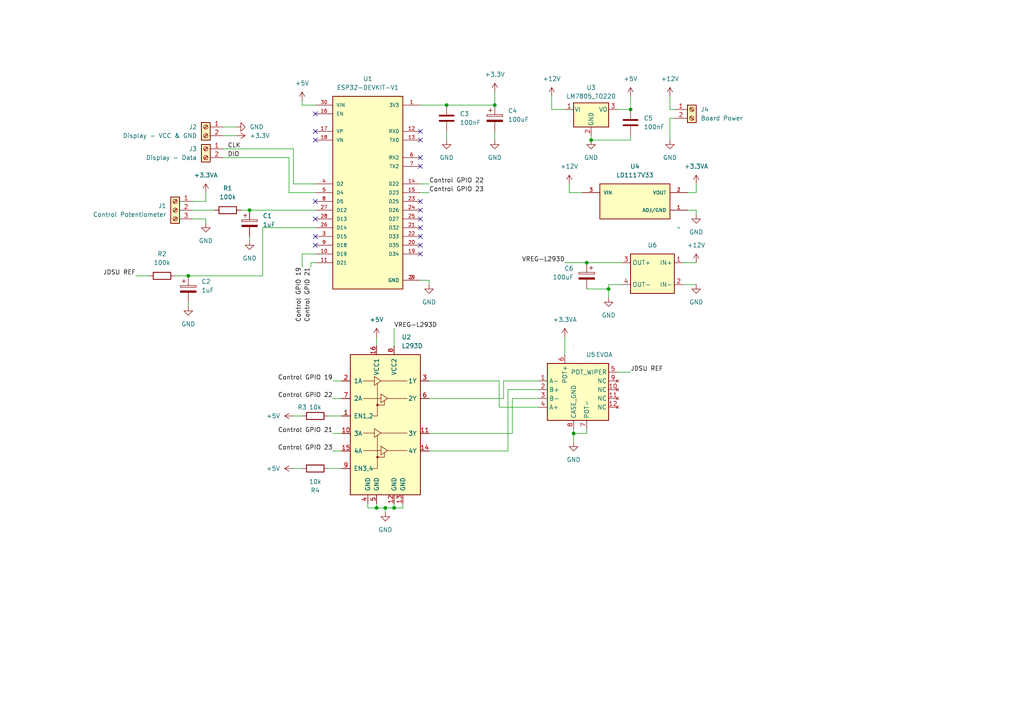
<source format=kicad_sch>
(kicad_sch (version 20230121) (generator eeschema)

  (uuid 92b9ec7c-4303-4c8b-8eee-b918e5c6605b)

  (paper "A4")

  (lib_symbols
    (symbol "Connector:Screw_Terminal_01x02" (pin_names (offset 1.016) hide) (in_bom yes) (on_board yes)
      (property "Reference" "J" (at 0 2.54 0)
        (effects (font (size 1.27 1.27)))
      )
      (property "Value" "Screw_Terminal_01x02" (at 0 -5.08 0)
        (effects (font (size 1.27 1.27)))
      )
      (property "Footprint" "" (at 0 0 0)
        (effects (font (size 1.27 1.27)) hide)
      )
      (property "Datasheet" "~" (at 0 0 0)
        (effects (font (size 1.27 1.27)) hide)
      )
      (property "ki_keywords" "screw terminal" (at 0 0 0)
        (effects (font (size 1.27 1.27)) hide)
      )
      (property "ki_description" "Generic screw terminal, single row, 01x02, script generated (kicad-library-utils/schlib/autogen/connector/)" (at 0 0 0)
        (effects (font (size 1.27 1.27)) hide)
      )
      (property "ki_fp_filters" "TerminalBlock*:*" (at 0 0 0)
        (effects (font (size 1.27 1.27)) hide)
      )
      (symbol "Screw_Terminal_01x02_1_1"
        (rectangle (start -1.27 1.27) (end 1.27 -3.81)
          (stroke (width 0.254) (type default))
          (fill (type background))
        )
        (circle (center 0 -2.54) (radius 0.635)
          (stroke (width 0.1524) (type default))
          (fill (type none))
        )
        (polyline
          (pts
            (xy -0.5334 -2.2098)
            (xy 0.3302 -3.048)
          )
          (stroke (width 0.1524) (type default))
          (fill (type none))
        )
        (polyline
          (pts
            (xy -0.5334 0.3302)
            (xy 0.3302 -0.508)
          )
          (stroke (width 0.1524) (type default))
          (fill (type none))
        )
        (polyline
          (pts
            (xy -0.3556 -2.032)
            (xy 0.508 -2.8702)
          )
          (stroke (width 0.1524) (type default))
          (fill (type none))
        )
        (polyline
          (pts
            (xy -0.3556 0.508)
            (xy 0.508 -0.3302)
          )
          (stroke (width 0.1524) (type default))
          (fill (type none))
        )
        (circle (center 0 0) (radius 0.635)
          (stroke (width 0.1524) (type default))
          (fill (type none))
        )
        (pin passive line (at -5.08 0 0) (length 3.81)
          (name "Pin_1" (effects (font (size 1.27 1.27))))
          (number "1" (effects (font (size 1.27 1.27))))
        )
        (pin passive line (at -5.08 -2.54 0) (length 3.81)
          (name "Pin_2" (effects (font (size 1.27 1.27))))
          (number "2" (effects (font (size 1.27 1.27))))
        )
      )
    )
    (symbol "Connector:Screw_Terminal_01x03" (pin_names (offset 1.016) hide) (in_bom yes) (on_board yes)
      (property "Reference" "J" (at 0 5.08 0)
        (effects (font (size 1.27 1.27)))
      )
      (property "Value" "Screw_Terminal_01x03" (at 0 -5.08 0)
        (effects (font (size 1.27 1.27)))
      )
      (property "Footprint" "" (at 0 0 0)
        (effects (font (size 1.27 1.27)) hide)
      )
      (property "Datasheet" "~" (at 0 0 0)
        (effects (font (size 1.27 1.27)) hide)
      )
      (property "ki_keywords" "screw terminal" (at 0 0 0)
        (effects (font (size 1.27 1.27)) hide)
      )
      (property "ki_description" "Generic screw terminal, single row, 01x03, script generated (kicad-library-utils/schlib/autogen/connector/)" (at 0 0 0)
        (effects (font (size 1.27 1.27)) hide)
      )
      (property "ki_fp_filters" "TerminalBlock*:*" (at 0 0 0)
        (effects (font (size 1.27 1.27)) hide)
      )
      (symbol "Screw_Terminal_01x03_1_1"
        (rectangle (start -1.27 3.81) (end 1.27 -3.81)
          (stroke (width 0.254) (type default))
          (fill (type background))
        )
        (circle (center 0 -2.54) (radius 0.635)
          (stroke (width 0.1524) (type default))
          (fill (type none))
        )
        (polyline
          (pts
            (xy -0.5334 -2.2098)
            (xy 0.3302 -3.048)
          )
          (stroke (width 0.1524) (type default))
          (fill (type none))
        )
        (polyline
          (pts
            (xy -0.5334 0.3302)
            (xy 0.3302 -0.508)
          )
          (stroke (width 0.1524) (type default))
          (fill (type none))
        )
        (polyline
          (pts
            (xy -0.5334 2.8702)
            (xy 0.3302 2.032)
          )
          (stroke (width 0.1524) (type default))
          (fill (type none))
        )
        (polyline
          (pts
            (xy -0.3556 -2.032)
            (xy 0.508 -2.8702)
          )
          (stroke (width 0.1524) (type default))
          (fill (type none))
        )
        (polyline
          (pts
            (xy -0.3556 0.508)
            (xy 0.508 -0.3302)
          )
          (stroke (width 0.1524) (type default))
          (fill (type none))
        )
        (polyline
          (pts
            (xy -0.3556 3.048)
            (xy 0.508 2.2098)
          )
          (stroke (width 0.1524) (type default))
          (fill (type none))
        )
        (circle (center 0 0) (radius 0.635)
          (stroke (width 0.1524) (type default))
          (fill (type none))
        )
        (circle (center 0 2.54) (radius 0.635)
          (stroke (width 0.1524) (type default))
          (fill (type none))
        )
        (pin passive line (at -5.08 2.54 0) (length 3.81)
          (name "Pin_1" (effects (font (size 1.27 1.27))))
          (number "1" (effects (font (size 1.27 1.27))))
        )
        (pin passive line (at -5.08 0 0) (length 3.81)
          (name "Pin_2" (effects (font (size 1.27 1.27))))
          (number "2" (effects (font (size 1.27 1.27))))
        )
        (pin passive line (at -5.08 -2.54 0) (length 3.81)
          (name "Pin_3" (effects (font (size 1.27 1.27))))
          (number "3" (effects (font (size 1.27 1.27))))
        )
      )
    )
    (symbol "Device:C" (pin_numbers hide) (pin_names (offset 0.254)) (in_bom yes) (on_board yes)
      (property "Reference" "C" (at 0.635 2.54 0)
        (effects (font (size 1.27 1.27)) (justify left))
      )
      (property "Value" "C" (at 0.635 -2.54 0)
        (effects (font (size 1.27 1.27)) (justify left))
      )
      (property "Footprint" "" (at 0.9652 -3.81 0)
        (effects (font (size 1.27 1.27)) hide)
      )
      (property "Datasheet" "~" (at 0 0 0)
        (effects (font (size 1.27 1.27)) hide)
      )
      (property "ki_keywords" "cap capacitor" (at 0 0 0)
        (effects (font (size 1.27 1.27)) hide)
      )
      (property "ki_description" "Unpolarized capacitor" (at 0 0 0)
        (effects (font (size 1.27 1.27)) hide)
      )
      (property "ki_fp_filters" "C_*" (at 0 0 0)
        (effects (font (size 1.27 1.27)) hide)
      )
      (symbol "C_0_1"
        (polyline
          (pts
            (xy -2.032 -0.762)
            (xy 2.032 -0.762)
          )
          (stroke (width 0.508) (type default))
          (fill (type none))
        )
        (polyline
          (pts
            (xy -2.032 0.762)
            (xy 2.032 0.762)
          )
          (stroke (width 0.508) (type default))
          (fill (type none))
        )
      )
      (symbol "C_1_1"
        (pin passive line (at 0 3.81 270) (length 2.794)
          (name "~" (effects (font (size 1.27 1.27))))
          (number "1" (effects (font (size 1.27 1.27))))
        )
        (pin passive line (at 0 -3.81 90) (length 2.794)
          (name "~" (effects (font (size 1.27 1.27))))
          (number "2" (effects (font (size 1.27 1.27))))
        )
      )
    )
    (symbol "Device:C_Polarized" (pin_numbers hide) (pin_names (offset 0.254)) (in_bom yes) (on_board yes)
      (property "Reference" "C" (at 0.635 2.54 0)
        (effects (font (size 1.27 1.27)) (justify left))
      )
      (property "Value" "C_Polarized" (at 0.635 -2.54 0)
        (effects (font (size 1.27 1.27)) (justify left))
      )
      (property "Footprint" "" (at 0.9652 -3.81 0)
        (effects (font (size 1.27 1.27)) hide)
      )
      (property "Datasheet" "~" (at 0 0 0)
        (effects (font (size 1.27 1.27)) hide)
      )
      (property "ki_keywords" "cap capacitor" (at 0 0 0)
        (effects (font (size 1.27 1.27)) hide)
      )
      (property "ki_description" "Polarized capacitor" (at 0 0 0)
        (effects (font (size 1.27 1.27)) hide)
      )
      (property "ki_fp_filters" "CP_*" (at 0 0 0)
        (effects (font (size 1.27 1.27)) hide)
      )
      (symbol "C_Polarized_0_1"
        (rectangle (start -2.286 0.508) (end 2.286 1.016)
          (stroke (width 0) (type default))
          (fill (type none))
        )
        (polyline
          (pts
            (xy -1.778 2.286)
            (xy -0.762 2.286)
          )
          (stroke (width 0) (type default))
          (fill (type none))
        )
        (polyline
          (pts
            (xy -1.27 2.794)
            (xy -1.27 1.778)
          )
          (stroke (width 0) (type default))
          (fill (type none))
        )
        (rectangle (start 2.286 -0.508) (end -2.286 -1.016)
          (stroke (width 0) (type default))
          (fill (type outline))
        )
      )
      (symbol "C_Polarized_1_1"
        (pin passive line (at 0 3.81 270) (length 2.794)
          (name "~" (effects (font (size 1.27 1.27))))
          (number "1" (effects (font (size 1.27 1.27))))
        )
        (pin passive line (at 0 -3.81 90) (length 2.794)
          (name "~" (effects (font (size 1.27 1.27))))
          (number "2" (effects (font (size 1.27 1.27))))
        )
      )
    )
    (symbol "Device:R" (pin_numbers hide) (pin_names (offset 0)) (in_bom yes) (on_board yes)
      (property "Reference" "R" (at 2.032 0 90)
        (effects (font (size 1.27 1.27)))
      )
      (property "Value" "R" (at 0 0 90)
        (effects (font (size 1.27 1.27)))
      )
      (property "Footprint" "" (at -1.778 0 90)
        (effects (font (size 1.27 1.27)) hide)
      )
      (property "Datasheet" "~" (at 0 0 0)
        (effects (font (size 1.27 1.27)) hide)
      )
      (property "ki_keywords" "R res resistor" (at 0 0 0)
        (effects (font (size 1.27 1.27)) hide)
      )
      (property "ki_description" "Resistor" (at 0 0 0)
        (effects (font (size 1.27 1.27)) hide)
      )
      (property "ki_fp_filters" "R_*" (at 0 0 0)
        (effects (font (size 1.27 1.27)) hide)
      )
      (symbol "R_0_1"
        (rectangle (start -1.016 -2.54) (end 1.016 2.54)
          (stroke (width 0.254) (type default))
          (fill (type none))
        )
      )
      (symbol "R_1_1"
        (pin passive line (at 0 3.81 270) (length 1.27)
          (name "~" (effects (font (size 1.27 1.27))))
          (number "1" (effects (font (size 1.27 1.27))))
        )
        (pin passive line (at 0 -3.81 90) (length 1.27)
          (name "~" (effects (font (size 1.27 1.27))))
          (number "2" (effects (font (size 1.27 1.27))))
        )
      )
    )
    (symbol "Driver_Motor:L293D" (pin_names (offset 1.016)) (in_bom yes) (on_board yes)
      (property "Reference" "U" (at -5.08 26.035 0)
        (effects (font (size 1.27 1.27)) (justify right))
      )
      (property "Value" "L293D" (at -5.08 24.13 0)
        (effects (font (size 1.27 1.27)) (justify right))
      )
      (property "Footprint" "Package_DIP:DIP-16_W7.62mm" (at 6.35 -19.05 0)
        (effects (font (size 1.27 1.27)) (justify left) hide)
      )
      (property "Datasheet" "http://www.ti.com/lit/ds/symlink/l293.pdf" (at -7.62 17.78 0)
        (effects (font (size 1.27 1.27)) hide)
      )
      (property "ki_keywords" "Half-H Driver Motor" (at 0 0 0)
        (effects (font (size 1.27 1.27)) hide)
      )
      (property "ki_description" "Quadruple Half-H Drivers" (at 0 0 0)
        (effects (font (size 1.27 1.27)) hide)
      )
      (property "ki_fp_filters" "DIP*W7.62mm*" (at 0 0 0)
        (effects (font (size 1.27 1.27)) hide)
      )
      (symbol "L293D_0_1"
        (rectangle (start -10.16 22.86) (end 10.16 -17.78)
          (stroke (width 0.254) (type default))
          (fill (type background))
        )
        (circle (center -2.286 -6.858) (radius 0.254)
          (stroke (width 0) (type default))
          (fill (type outline))
        )
        (circle (center -2.286 8.255) (radius 0.254)
          (stroke (width 0) (type default))
          (fill (type outline))
        )
        (polyline
          (pts
            (xy -6.35 -4.953)
            (xy -1.27 -4.953)
          )
          (stroke (width 0) (type default))
          (fill (type none))
        )
        (polyline
          (pts
            (xy -6.35 0.127)
            (xy -3.175 0.127)
          )
          (stroke (width 0) (type default))
          (fill (type none))
        )
        (polyline
          (pts
            (xy -6.35 10.16)
            (xy -1.27 10.16)
          )
          (stroke (width 0) (type default))
          (fill (type none))
        )
        (polyline
          (pts
            (xy -6.35 15.24)
            (xy -3.175 15.24)
          )
          (stroke (width 0) (type default))
          (fill (type none))
        )
        (polyline
          (pts
            (xy -1.27 0.127)
            (xy 6.35 0.127)
          )
          (stroke (width 0) (type default))
          (fill (type none))
        )
        (polyline
          (pts
            (xy -1.27 15.24)
            (xy 6.35 15.24)
          )
          (stroke (width 0) (type default))
          (fill (type none))
        )
        (polyline
          (pts
            (xy 0.635 -4.953)
            (xy 6.35 -4.953)
          )
          (stroke (width 0) (type default))
          (fill (type none))
        )
        (polyline
          (pts
            (xy 0.635 10.16)
            (xy 6.35 10.16)
          )
          (stroke (width 0) (type default))
          (fill (type none))
        )
        (polyline
          (pts
            (xy -2.286 -6.858)
            (xy -0.254 -6.858)
            (xy -0.254 -5.588)
          )
          (stroke (width 0) (type default))
          (fill (type none))
        )
        (polyline
          (pts
            (xy -2.286 -0.635)
            (xy -2.286 -10.16)
            (xy -3.556 -10.16)
          )
          (stroke (width 0) (type default))
          (fill (type none))
        )
        (polyline
          (pts
            (xy -2.286 8.255)
            (xy -0.254 8.255)
            (xy -0.254 9.525)
          )
          (stroke (width 0) (type default))
          (fill (type none))
        )
        (polyline
          (pts
            (xy -2.286 14.478)
            (xy -2.286 5.08)
            (xy -3.556 5.08)
          )
          (stroke (width 0) (type default))
          (fill (type none))
        )
        (polyline
          (pts
            (xy -3.175 1.397)
            (xy -3.175 -1.143)
            (xy -1.27 0.127)
            (xy -3.175 1.397)
          )
          (stroke (width 0) (type default))
          (fill (type none))
        )
        (polyline
          (pts
            (xy -3.175 16.51)
            (xy -3.175 13.97)
            (xy -1.27 15.24)
            (xy -3.175 16.51)
          )
          (stroke (width 0) (type default))
          (fill (type none))
        )
        (polyline
          (pts
            (xy -1.27 -3.683)
            (xy -1.27 -6.223)
            (xy 0.635 -4.953)
            (xy -1.27 -3.683)
          )
          (stroke (width 0) (type default))
          (fill (type none))
        )
        (polyline
          (pts
            (xy -1.27 11.43)
            (xy -1.27 8.89)
            (xy 0.635 10.16)
            (xy -1.27 11.43)
          )
          (stroke (width 0) (type default))
          (fill (type none))
        )
      )
      (symbol "L293D_1_1"
        (pin input line (at -12.7 5.08 0) (length 2.54)
          (name "EN1,2" (effects (font (size 1.27 1.27))))
          (number "1" (effects (font (size 1.27 1.27))))
        )
        (pin input line (at -12.7 0 0) (length 2.54)
          (name "3A" (effects (font (size 1.27 1.27))))
          (number "10" (effects (font (size 1.27 1.27))))
        )
        (pin output line (at 12.7 0 180) (length 2.54)
          (name "3Y" (effects (font (size 1.27 1.27))))
          (number "11" (effects (font (size 1.27 1.27))))
        )
        (pin power_in line (at 2.54 -20.32 90) (length 2.54)
          (name "GND" (effects (font (size 1.27 1.27))))
          (number "12" (effects (font (size 1.27 1.27))))
        )
        (pin power_in line (at 5.08 -20.32 90) (length 2.54)
          (name "GND" (effects (font (size 1.27 1.27))))
          (number "13" (effects (font (size 1.27 1.27))))
        )
        (pin output line (at 12.7 -5.08 180) (length 2.54)
          (name "4Y" (effects (font (size 1.27 1.27))))
          (number "14" (effects (font (size 1.27 1.27))))
        )
        (pin input line (at -12.7 -5.08 0) (length 2.54)
          (name "4A" (effects (font (size 1.27 1.27))))
          (number "15" (effects (font (size 1.27 1.27))))
        )
        (pin power_in line (at -2.54 25.4 270) (length 2.54)
          (name "VCC1" (effects (font (size 1.27 1.27))))
          (number "16" (effects (font (size 1.27 1.27))))
        )
        (pin input line (at -12.7 15.24 0) (length 2.54)
          (name "1A" (effects (font (size 1.27 1.27))))
          (number "2" (effects (font (size 1.27 1.27))))
        )
        (pin output line (at 12.7 15.24 180) (length 2.54)
          (name "1Y" (effects (font (size 1.27 1.27))))
          (number "3" (effects (font (size 1.27 1.27))))
        )
        (pin power_in line (at -5.08 -20.32 90) (length 2.54)
          (name "GND" (effects (font (size 1.27 1.27))))
          (number "4" (effects (font (size 1.27 1.27))))
        )
        (pin power_in line (at -2.54 -20.32 90) (length 2.54)
          (name "GND" (effects (font (size 1.27 1.27))))
          (number "5" (effects (font (size 1.27 1.27))))
        )
        (pin output line (at 12.7 10.16 180) (length 2.54)
          (name "2Y" (effects (font (size 1.27 1.27))))
          (number "6" (effects (font (size 1.27 1.27))))
        )
        (pin input line (at -12.7 10.16 0) (length 2.54)
          (name "2A" (effects (font (size 1.27 1.27))))
          (number "7" (effects (font (size 1.27 1.27))))
        )
        (pin power_in line (at 2.54 25.4 270) (length 2.54)
          (name "VCC2" (effects (font (size 1.27 1.27))))
          (number "8" (effects (font (size 1.27 1.27))))
        )
        (pin input line (at -12.7 -10.16 0) (length 2.54)
          (name "EN3,4" (effects (font (size 1.27 1.27))))
          (number "9" (effects (font (size 1.27 1.27))))
        )
      )
    )
    (symbol "ESP32-DEVKIT-V1:ESP32-DEVKIT-V1" (pin_names (offset 1.016)) (in_bom yes) (on_board yes)
      (property "Reference" "U" (at -10.16 30.48 0)
        (effects (font (size 1.27 1.27)) (justify left top))
      )
      (property "Value" "ESP32-DEVKIT-V1" (at -10.16 -30.48 0)
        (effects (font (size 1.27 1.27)) (justify left bottom))
      )
      (property "Footprint" "ESP32-DEVKIT-V1:MODULE_ESP32_DEVKIT_V1" (at 0 0 0)
        (effects (font (size 1.27 1.27)) (justify bottom) hide)
      )
      (property "Datasheet" "" (at 0 0 0)
        (effects (font (size 1.27 1.27)) hide)
      )
      (property "MF" "Do it" (at 0 0 0)
        (effects (font (size 1.27 1.27)) (justify bottom) hide)
      )
      (property "MAXIMUM_PACKAGE_HEIGHT" "6.8 mm" (at 0 0 0)
        (effects (font (size 1.27 1.27)) (justify bottom) hide)
      )
      (property "Package" "None" (at 0 0 0)
        (effects (font (size 1.27 1.27)) (justify bottom) hide)
      )
      (property "Price" "None" (at 0 0 0)
        (effects (font (size 1.27 1.27)) (justify bottom) hide)
      )
      (property "Check_prices" "https://www.snapeda.com/parts/ESP32-DEVKIT-V1/Do+it/view-part/?ref=eda" (at 0 0 0)
        (effects (font (size 1.27 1.27)) (justify bottom) hide)
      )
      (property "STANDARD" "Manufacturer Recommendations" (at 0 0 0)
        (effects (font (size 1.27 1.27)) (justify bottom) hide)
      )
      (property "PARTREV" "N/A" (at 0 0 0)
        (effects (font (size 1.27 1.27)) (justify bottom) hide)
      )
      (property "SnapEDA_Link" "https://www.snapeda.com/parts/ESP32-DEVKIT-V1/Do+it/view-part/?ref=snap" (at 0 0 0)
        (effects (font (size 1.27 1.27)) (justify bottom) hide)
      )
      (property "MP" "ESP32-DEVKIT-V1" (at 0 0 0)
        (effects (font (size 1.27 1.27)) (justify bottom) hide)
      )
      (property "Description" "\nDual core, Wi-Fi: 2.4 GHz up to 150 Mbits/s,BLE (Bluetooth Low Energy) and legacy Bluetooth, 32 bits, Up to 240 MHz\n" (at 0 0 0)
        (effects (font (size 1.27 1.27)) (justify bottom) hide)
      )
      (property "Availability" "Not in stock" (at 0 0 0)
        (effects (font (size 1.27 1.27)) (justify bottom) hide)
      )
      (property "MANUFACTURER" "DOIT" (at 0 0 0)
        (effects (font (size 1.27 1.27)) (justify bottom) hide)
      )
      (symbol "ESP32-DEVKIT-V1_0_0"
        (rectangle (start -10.16 -27.94) (end 10.16 27.94)
          (stroke (width 0.254) (type default))
          (fill (type background))
        )
        (pin output line (at 15.24 25.4 180) (length 5.08)
          (name "3V3" (effects (font (size 1.016 1.016))))
          (number "1" (effects (font (size 1.016 1.016))))
        )
        (pin bidirectional line (at -15.24 -17.78 0) (length 5.08)
          (name "D19" (effects (font (size 1.016 1.016))))
          (number "10" (effects (font (size 1.016 1.016))))
        )
        (pin bidirectional line (at -15.24 -20.32 0) (length 5.08)
          (name "D21" (effects (font (size 1.016 1.016))))
          (number "11" (effects (font (size 1.016 1.016))))
        )
        (pin input line (at 15.24 17.78 180) (length 5.08)
          (name "RX0" (effects (font (size 1.016 1.016))))
          (number "12" (effects (font (size 1.016 1.016))))
        )
        (pin output line (at 15.24 15.24 180) (length 5.08)
          (name "TX0" (effects (font (size 1.016 1.016))))
          (number "13" (effects (font (size 1.016 1.016))))
        )
        (pin bidirectional line (at 15.24 2.54 180) (length 5.08)
          (name "D22" (effects (font (size 1.016 1.016))))
          (number "14" (effects (font (size 1.016 1.016))))
        )
        (pin bidirectional line (at 15.24 0 180) (length 5.08)
          (name "D23" (effects (font (size 1.016 1.016))))
          (number "15" (effects (font (size 1.016 1.016))))
        )
        (pin input line (at -15.24 22.86 0) (length 5.08)
          (name "EN" (effects (font (size 1.016 1.016))))
          (number "16" (effects (font (size 1.016 1.016))))
        )
        (pin bidirectional line (at -15.24 17.78 0) (length 5.08)
          (name "VP" (effects (font (size 1.016 1.016))))
          (number "17" (effects (font (size 1.016 1.016))))
        )
        (pin bidirectional line (at -15.24 15.24 0) (length 5.08)
          (name "VN" (effects (font (size 1.016 1.016))))
          (number "18" (effects (font (size 1.016 1.016))))
        )
        (pin bidirectional line (at 15.24 -17.78 180) (length 5.08)
          (name "D34" (effects (font (size 1.016 1.016))))
          (number "19" (effects (font (size 1.016 1.016))))
        )
        (pin power_in line (at 15.24 -25.4 180) (length 5.08)
          (name "GND" (effects (font (size 1.016 1.016))))
          (number "2" (effects (font (size 1.016 1.016))))
        )
        (pin bidirectional line (at 15.24 -15.24 180) (length 5.08)
          (name "D35" (effects (font (size 1.016 1.016))))
          (number "20" (effects (font (size 1.016 1.016))))
        )
        (pin bidirectional line (at 15.24 -10.16 180) (length 5.08)
          (name "D32" (effects (font (size 1.016 1.016))))
          (number "21" (effects (font (size 1.016 1.016))))
        )
        (pin bidirectional line (at 15.24 -12.7 180) (length 5.08)
          (name "D33" (effects (font (size 1.016 1.016))))
          (number "22" (effects (font (size 1.016 1.016))))
        )
        (pin bidirectional line (at 15.24 -2.54 180) (length 5.08)
          (name "D25" (effects (font (size 1.016 1.016))))
          (number "23" (effects (font (size 1.016 1.016))))
        )
        (pin bidirectional line (at 15.24 -5.08 180) (length 5.08)
          (name "D26" (effects (font (size 1.016 1.016))))
          (number "24" (effects (font (size 1.016 1.016))))
        )
        (pin bidirectional line (at 15.24 -7.62 180) (length 5.08)
          (name "D27" (effects (font (size 1.016 1.016))))
          (number "25" (effects (font (size 1.016 1.016))))
        )
        (pin bidirectional line (at -15.24 -10.16 0) (length 5.08)
          (name "D14" (effects (font (size 1.016 1.016))))
          (number "26" (effects (font (size 1.016 1.016))))
        )
        (pin bidirectional line (at -15.24 -5.08 0) (length 5.08)
          (name "D12" (effects (font (size 1.016 1.016))))
          (number "27" (effects (font (size 1.016 1.016))))
        )
        (pin bidirectional line (at -15.24 -7.62 0) (length 5.08)
          (name "D13" (effects (font (size 1.016 1.016))))
          (number "28" (effects (font (size 1.016 1.016))))
        )
        (pin power_in line (at 15.24 -25.4 180) (length 5.08)
          (name "GND" (effects (font (size 1.016 1.016))))
          (number "29" (effects (font (size 1.016 1.016))))
        )
        (pin bidirectional line (at -15.24 -12.7 0) (length 5.08)
          (name "D15" (effects (font (size 1.016 1.016))))
          (number "3" (effects (font (size 1.016 1.016))))
        )
        (pin input line (at -15.24 25.4 0) (length 5.08)
          (name "VIN" (effects (font (size 1.016 1.016))))
          (number "30" (effects (font (size 1.016 1.016))))
        )
        (pin bidirectional line (at -15.24 2.54 0) (length 5.08)
          (name "D2" (effects (font (size 1.016 1.016))))
          (number "4" (effects (font (size 1.016 1.016))))
        )
        (pin bidirectional line (at -15.24 0 0) (length 5.08)
          (name "D4" (effects (font (size 1.016 1.016))))
          (number "5" (effects (font (size 1.016 1.016))))
        )
        (pin input line (at 15.24 10.16 180) (length 5.08)
          (name "RX2" (effects (font (size 1.016 1.016))))
          (number "6" (effects (font (size 1.016 1.016))))
        )
        (pin output line (at 15.24 7.62 180) (length 5.08)
          (name "TX2" (effects (font (size 1.016 1.016))))
          (number "7" (effects (font (size 1.016 1.016))))
        )
        (pin bidirectional line (at -15.24 -2.54 0) (length 5.08)
          (name "D5" (effects (font (size 1.016 1.016))))
          (number "8" (effects (font (size 1.016 1.016))))
        )
        (pin bidirectional line (at -15.24 -15.24 0) (length 5.08)
          (name "D18" (effects (font (size 1.016 1.016))))
          (number "9" (effects (font (size 1.016 1.016))))
        )
      )
    )
    (symbol "LD1117V33:LD1117V33" (pin_names (offset 1.016)) (in_bom yes) (on_board yes)
      (property "Reference" "U" (at -10.16 5.842 0)
        (effects (font (size 1.27 1.27)) (justify left bottom))
      )
      (property "Value" "LD1117V33" (at -10.16 -7.62 0)
        (effects (font (size 1.27 1.27)) (justify left bottom))
      )
      (property "Footprint" "LD1117V33:TO255P1020X450X1968-3" (at 0 0 0)
        (effects (font (size 1.27 1.27)) (justify bottom) hide)
      )
      (property "Datasheet" "" (at 0 0 0)
        (effects (font (size 1.27 1.27)) hide)
      )
      (property "MF" "STMicroelectronics" (at 0 0 0)
        (effects (font (size 1.27 1.27)) (justify bottom) hide)
      )
      (property "MAXIMUM_PACKAGE_HEIGHT" "19.68mm" (at 0 0 0)
        (effects (font (size 1.27 1.27)) (justify bottom) hide)
      )
      (property "Package" "TO-220-3 STMicroelectronics" (at 0 0 0)
        (effects (font (size 1.27 1.27)) (justify bottom) hide)
      )
      (property "Price" "None" (at 0 0 0)
        (effects (font (size 1.27 1.27)) (justify bottom) hide)
      )
      (property "Check_prices" "https://www.snapeda.com/parts/LD1117V33/STMicroelectronics/view-part/?ref=eda" (at 0 0 0)
        (effects (font (size 1.27 1.27)) (justify bottom) hide)
      )
      (property "STANDARD" "IPC-7351B" (at 0 0 0)
        (effects (font (size 1.27 1.27)) (justify bottom) hide)
      )
      (property "PARTREV" "37" (at 0 0 0)
        (effects (font (size 1.27 1.27)) (justify bottom) hide)
      )
      (property "SnapEDA_Link" "https://www.snapeda.com/parts/LD1117V33/STMicroelectronics/view-part/?ref=snap" (at 0 0 0)
        (effects (font (size 1.27 1.27)) (justify bottom) hide)
      )
      (property "MP" "LD1117V33" (at 0 0 0)
        (effects (font (size 1.27 1.27)) (justify bottom) hide)
      )
      (property "Purchase-URL" "https://www.snapeda.com/api/url_track_click_mouser/?unipart_id=51339&manufacturer=STMicroelectronics&part_name=LD1117V33&search_term=ld1117" (at 0 0 0)
        (effects (font (size 1.27 1.27)) (justify bottom) hide)
      )
      (property "Description" "\nLinear Voltage Regulator IC Positive Fixed 1 Output 800mA TO-220AB\n" (at 0 0 0)
        (effects (font (size 1.27 1.27)) (justify bottom) hide)
      )
      (property "Availability" "In Stock" (at 0 0 0)
        (effects (font (size 1.27 1.27)) (justify bottom) hide)
      )
      (property "MANUFACTURER" "ST Microelectronics" (at 0 0 0)
        (effects (font (size 1.27 1.27)) (justify bottom) hide)
      )
      (symbol "LD1117V33_0_0"
        (rectangle (start -10.16 -5.08) (end 10.16 5.08)
          (stroke (width 0.254) (type default))
          (fill (type background))
        )
        (pin passive line (at 15.24 -2.54 180) (length 5.08)
          (name "ADJ/GND" (effects (font (size 1.016 1.016))))
          (number "1" (effects (font (size 1.016 1.016))))
        )
        (pin output line (at 15.24 2.54 180) (length 5.08)
          (name "VOUT" (effects (font (size 1.016 1.016))))
          (number "2" (effects (font (size 1.016 1.016))))
        )
        (pin input line (at -15.24 2.54 0) (length 5.08)
          (name "VIN" (effects (font (size 1.016 1.016))))
          (number "3" (effects (font (size 1.016 1.016))))
        )
      )
    )
    (symbol "Optical_Attenuator_JDSU_VCB0:VCB0+1NC1.0NC1.0NC" (in_bom yes) (on_board yes)
      (property "Reference" "U" (at -5.08 8.89 0)
        (effects (font (size 1.27 1.27)))
      )
      (property "Value" "" (at 5.08 7.62 0)
        (effects (font (size 1.27 1.27)))
      )
      (property "Footprint" "" (at 5.08 7.62 0)
        (effects (font (size 1.27 1.27)) hide)
      )
      (property "Datasheet" "" (at 5.08 7.62 0)
        (effects (font (size 1.27 1.27)) hide)
      )
      (symbol "VCB0+1NC1.0NC1.0NC_0_1"
        (rectangle (start 2.54 12.7) (end 2.54 12.7)
          (stroke (width 0) (type default))
          (fill (type none))
        )
      )
      (symbol "VCB0+1NC1.0NC1.0NC_1_1"
        (rectangle (start -7.62 7.62) (end 10.16 -8.89)
          (stroke (width 0.254) (type default))
          (fill (type background))
        )
        (pin input line (at 12.7 2.54 180) (length 2.54)
          (name "A-" (effects (font (size 1.27 1.27))))
          (number "1" (effects (font (size 1.27 1.27))))
        )
        (pin no_connect line (at -10.16 0 0) (length 2.54)
          (name "NC" (effects (font (size 1.27 1.27))))
          (number "10" (effects (font (size 1.27 1.27))))
        )
        (pin no_connect line (at -10.16 -2.54 0) (length 2.54)
          (name "NC" (effects (font (size 1.27 1.27))))
          (number "11" (effects (font (size 1.27 1.27))))
        )
        (pin no_connect line (at -10.16 -5.08 0) (length 2.54)
          (name "NC" (effects (font (size 1.27 1.27))))
          (number "12" (effects (font (size 1.27 1.27))))
        )
        (pin input line (at 12.7 0 180) (length 2.54)
          (name "B+" (effects (font (size 1.27 1.27))))
          (number "2" (effects (font (size 1.27 1.27))))
        )
        (pin input line (at 12.7 -2.54 180) (length 2.54)
          (name "B-" (effects (font (size 1.27 1.27))))
          (number "3" (effects (font (size 1.27 1.27))))
        )
        (pin input line (at 12.7 -5.08 180) (length 2.54)
          (name "A+" (effects (font (size 1.27 1.27))))
          (number "4" (effects (font (size 1.27 1.27))))
        )
        (pin output line (at -10.16 5.08 0) (length 2.54)
          (name "POT_WIPER" (effects (font (size 1.27 1.27))))
          (number "5" (effects (font (size 1.27 1.27))))
        )
        (pin power_in line (at 5.08 10.16 270) (length 2.54)
          (name "POT+" (effects (font (size 1.27 1.27))))
          (number "6" (effects (font (size 1.27 1.27))))
        )
        (pin power_in line (at -1.27 -11.43 90) (length 2.54)
          (name "POT-" (effects (font (size 1.27 1.27))))
          (number "7" (effects (font (size 1.27 1.27))))
        )
        (pin input line (at 2.54 -11.43 90) (length 2.54)
          (name "CASE_GND" (effects (font (size 1.27 1.27))))
          (number "8" (effects (font (size 1.27 1.27))))
        )
        (pin no_connect line (at -10.16 2.54 0) (length 2.54)
          (name "NC" (effects (font (size 1.27 1.27))))
          (number "9" (effects (font (size 1.27 1.27))))
        )
      )
    )
    (symbol "Regulator_Linear:LM7805_TO220" (pin_names (offset 0.254)) (in_bom yes) (on_board yes)
      (property "Reference" "U" (at -3.81 3.175 0)
        (effects (font (size 1.27 1.27)))
      )
      (property "Value" "LM7805_TO220" (at 0 3.175 0)
        (effects (font (size 1.27 1.27)) (justify left))
      )
      (property "Footprint" "Package_TO_SOT_THT:TO-220-3_Vertical" (at 0 5.715 0)
        (effects (font (size 1.27 1.27) italic) hide)
      )
      (property "Datasheet" "https://www.onsemi.cn/PowerSolutions/document/MC7800-D.PDF" (at 0 -1.27 0)
        (effects (font (size 1.27 1.27)) hide)
      )
      (property "ki_keywords" "Voltage Regulator 1A Positive" (at 0 0 0)
        (effects (font (size 1.27 1.27)) hide)
      )
      (property "ki_description" "Positive 1A 35V Linear Regulator, Fixed Output 5V, TO-220" (at 0 0 0)
        (effects (font (size 1.27 1.27)) hide)
      )
      (property "ki_fp_filters" "TO?220*" (at 0 0 0)
        (effects (font (size 1.27 1.27)) hide)
      )
      (symbol "LM7805_TO220_0_1"
        (rectangle (start -5.08 1.905) (end 5.08 -5.08)
          (stroke (width 0.254) (type default))
          (fill (type background))
        )
      )
      (symbol "LM7805_TO220_1_1"
        (pin power_in line (at -7.62 0 0) (length 2.54)
          (name "VI" (effects (font (size 1.27 1.27))))
          (number "1" (effects (font (size 1.27 1.27))))
        )
        (pin power_in line (at 0 -7.62 90) (length 2.54)
          (name "GND" (effects (font (size 1.27 1.27))))
          (number "2" (effects (font (size 1.27 1.27))))
        )
        (pin power_out line (at 7.62 0 180) (length 2.54)
          (name "VO" (effects (font (size 1.27 1.27))))
          (number "3" (effects (font (size 1.27 1.27))))
        )
      )
    )
    (symbol "Regulator_Switching_Modules:Módulo_Step_Down_MP2307" (in_bom yes) (on_board yes)
      (property "Reference" "U" (at 5.08 2.54 0)
        (effects (font (size 1.27 1.27)))
      )
      (property "Value" "" (at -1.27 7.62 0)
        (effects (font (size 1.27 1.27)))
      )
      (property "Footprint" "" (at -1.27 7.62 0)
        (effects (font (size 1.27 1.27)) hide)
      )
      (property "Datasheet" "" (at -1.27 7.62 0)
        (effects (font (size 1.27 1.27)) hide)
      )
      (symbol "Módulo_Step_Down_MP2307_1_1"
        (rectangle (start 0 0) (end 12.7 -11.43)
          (stroke (width 0.254) (type default))
          (fill (type background))
        )
        (pin power_in line (at -2.54 -2.54 0) (length 2.54)
          (name "IN+" (effects (font (size 1.27 1.27))))
          (number "1" (effects (font (size 1.27 1.27))))
        )
        (pin power_in line (at -2.54 -8.89 0) (length 2.54)
          (name "IN-" (effects (font (size 1.27 1.27))))
          (number "2" (effects (font (size 1.27 1.27))))
        )
        (pin power_out line (at 15.24 -2.54 180) (length 2.54)
          (name "OUT+" (effects (font (size 1.27 1.27))))
          (number "3" (effects (font (size 1.27 1.27))))
        )
        (pin power_out line (at 15.24 -8.89 180) (length 2.54)
          (name "OUT-" (effects (font (size 1.27 1.27))))
          (number "4" (effects (font (size 1.27 1.27))))
        )
      )
    )
    (symbol "power:+12V" (power) (pin_names (offset 0)) (in_bom yes) (on_board yes)
      (property "Reference" "#PWR" (at 0 -3.81 0)
        (effects (font (size 1.27 1.27)) hide)
      )
      (property "Value" "+12V" (at 0 3.556 0)
        (effects (font (size 1.27 1.27)))
      )
      (property "Footprint" "" (at 0 0 0)
        (effects (font (size 1.27 1.27)) hide)
      )
      (property "Datasheet" "" (at 0 0 0)
        (effects (font (size 1.27 1.27)) hide)
      )
      (property "ki_keywords" "global power" (at 0 0 0)
        (effects (font (size 1.27 1.27)) hide)
      )
      (property "ki_description" "Power symbol creates a global label with name \"+12V\"" (at 0 0 0)
        (effects (font (size 1.27 1.27)) hide)
      )
      (symbol "+12V_0_1"
        (polyline
          (pts
            (xy -0.762 1.27)
            (xy 0 2.54)
          )
          (stroke (width 0) (type default))
          (fill (type none))
        )
        (polyline
          (pts
            (xy 0 0)
            (xy 0 2.54)
          )
          (stroke (width 0) (type default))
          (fill (type none))
        )
        (polyline
          (pts
            (xy 0 2.54)
            (xy 0.762 1.27)
          )
          (stroke (width 0) (type default))
          (fill (type none))
        )
      )
      (symbol "+12V_1_1"
        (pin power_in line (at 0 0 90) (length 0) hide
          (name "+12V" (effects (font (size 1.27 1.27))))
          (number "1" (effects (font (size 1.27 1.27))))
        )
      )
    )
    (symbol "power:+3.3V" (power) (pin_names (offset 0)) (in_bom yes) (on_board yes)
      (property "Reference" "#PWR" (at 0 -3.81 0)
        (effects (font (size 1.27 1.27)) hide)
      )
      (property "Value" "+3.3V" (at 0 3.556 0)
        (effects (font (size 1.27 1.27)))
      )
      (property "Footprint" "" (at 0 0 0)
        (effects (font (size 1.27 1.27)) hide)
      )
      (property "Datasheet" "" (at 0 0 0)
        (effects (font (size 1.27 1.27)) hide)
      )
      (property "ki_keywords" "global power" (at 0 0 0)
        (effects (font (size 1.27 1.27)) hide)
      )
      (property "ki_description" "Power symbol creates a global label with name \"+3.3V\"" (at 0 0 0)
        (effects (font (size 1.27 1.27)) hide)
      )
      (symbol "+3.3V_0_1"
        (polyline
          (pts
            (xy -0.762 1.27)
            (xy 0 2.54)
          )
          (stroke (width 0) (type default))
          (fill (type none))
        )
        (polyline
          (pts
            (xy 0 0)
            (xy 0 2.54)
          )
          (stroke (width 0) (type default))
          (fill (type none))
        )
        (polyline
          (pts
            (xy 0 2.54)
            (xy 0.762 1.27)
          )
          (stroke (width 0) (type default))
          (fill (type none))
        )
      )
      (symbol "+3.3V_1_1"
        (pin power_in line (at 0 0 90) (length 0) hide
          (name "+3.3V" (effects (font (size 1.27 1.27))))
          (number "1" (effects (font (size 1.27 1.27))))
        )
      )
    )
    (symbol "power:+3.3VA" (power) (pin_names (offset 0)) (in_bom yes) (on_board yes)
      (property "Reference" "#PWR" (at 0 -3.81 0)
        (effects (font (size 1.27 1.27)) hide)
      )
      (property "Value" "+3.3VA" (at 0 3.556 0)
        (effects (font (size 1.27 1.27)))
      )
      (property "Footprint" "" (at 0 0 0)
        (effects (font (size 1.27 1.27)) hide)
      )
      (property "Datasheet" "" (at 0 0 0)
        (effects (font (size 1.27 1.27)) hide)
      )
      (property "ki_keywords" "global power" (at 0 0 0)
        (effects (font (size 1.27 1.27)) hide)
      )
      (property "ki_description" "Power symbol creates a global label with name \"+3.3VA\"" (at 0 0 0)
        (effects (font (size 1.27 1.27)) hide)
      )
      (symbol "+3.3VA_0_1"
        (polyline
          (pts
            (xy -0.762 1.27)
            (xy 0 2.54)
          )
          (stroke (width 0) (type default))
          (fill (type none))
        )
        (polyline
          (pts
            (xy 0 0)
            (xy 0 2.54)
          )
          (stroke (width 0) (type default))
          (fill (type none))
        )
        (polyline
          (pts
            (xy 0 2.54)
            (xy 0.762 1.27)
          )
          (stroke (width 0) (type default))
          (fill (type none))
        )
      )
      (symbol "+3.3VA_1_1"
        (pin power_in line (at 0 0 90) (length 0) hide
          (name "+3.3VA" (effects (font (size 1.27 1.27))))
          (number "1" (effects (font (size 1.27 1.27))))
        )
      )
    )
    (symbol "power:+5V" (power) (pin_names (offset 0)) (in_bom yes) (on_board yes)
      (property "Reference" "#PWR" (at 0 -3.81 0)
        (effects (font (size 1.27 1.27)) hide)
      )
      (property "Value" "+5V" (at 0 3.556 0)
        (effects (font (size 1.27 1.27)))
      )
      (property "Footprint" "" (at 0 0 0)
        (effects (font (size 1.27 1.27)) hide)
      )
      (property "Datasheet" "" (at 0 0 0)
        (effects (font (size 1.27 1.27)) hide)
      )
      (property "ki_keywords" "global power" (at 0 0 0)
        (effects (font (size 1.27 1.27)) hide)
      )
      (property "ki_description" "Power symbol creates a global label with name \"+5V\"" (at 0 0 0)
        (effects (font (size 1.27 1.27)) hide)
      )
      (symbol "+5V_0_1"
        (polyline
          (pts
            (xy -0.762 1.27)
            (xy 0 2.54)
          )
          (stroke (width 0) (type default))
          (fill (type none))
        )
        (polyline
          (pts
            (xy 0 0)
            (xy 0 2.54)
          )
          (stroke (width 0) (type default))
          (fill (type none))
        )
        (polyline
          (pts
            (xy 0 2.54)
            (xy 0.762 1.27)
          )
          (stroke (width 0) (type default))
          (fill (type none))
        )
      )
      (symbol "+5V_1_1"
        (pin power_in line (at 0 0 90) (length 0) hide
          (name "+5V" (effects (font (size 1.27 1.27))))
          (number "1" (effects (font (size 1.27 1.27))))
        )
      )
    )
    (symbol "power:GND" (power) (pin_names (offset 0)) (in_bom yes) (on_board yes)
      (property "Reference" "#PWR" (at 0 -6.35 0)
        (effects (font (size 1.27 1.27)) hide)
      )
      (property "Value" "GND" (at 0 -3.81 0)
        (effects (font (size 1.27 1.27)))
      )
      (property "Footprint" "" (at 0 0 0)
        (effects (font (size 1.27 1.27)) hide)
      )
      (property "Datasheet" "" (at 0 0 0)
        (effects (font (size 1.27 1.27)) hide)
      )
      (property "ki_keywords" "global power" (at 0 0 0)
        (effects (font (size 1.27 1.27)) hide)
      )
      (property "ki_description" "Power symbol creates a global label with name \"GND\" , ground" (at 0 0 0)
        (effects (font (size 1.27 1.27)) hide)
      )
      (symbol "GND_0_1"
        (polyline
          (pts
            (xy 0 0)
            (xy 0 -1.27)
            (xy 1.27 -1.27)
            (xy 0 -2.54)
            (xy -1.27 -1.27)
            (xy 0 -1.27)
          )
          (stroke (width 0) (type default))
          (fill (type none))
        )
      )
      (symbol "GND_1_1"
        (pin power_in line (at 0 0 270) (length 0) hide
          (name "GND" (effects (font (size 1.27 1.27))))
          (number "1" (effects (font (size 1.27 1.27))))
        )
      )
    )
  )

  (junction (at 111.76 147.32) (diameter 0) (color 0 0 0 0)
    (uuid 05fb84cc-1862-4c54-bf22-d1a5817ebfca)
  )
  (junction (at 143.51 30.48) (diameter 0) (color 0 0 0 0)
    (uuid 1a60dc23-1cfb-4103-a22e-fb51bf387d2d)
  )
  (junction (at 171.45 40.64) (diameter 0) (color 0 0 0 0)
    (uuid 34ca435f-90ff-42d2-8e0d-6daadb9afc60)
  )
  (junction (at 170.18 76.2) (diameter 0) (color 0 0 0 0)
    (uuid 45c4ebe6-6416-487e-b2ad-926acea5f9e7)
  )
  (junction (at 54.61 80.01) (diameter 0) (color 0 0 0 0)
    (uuid 4a720268-afdc-4615-8926-377b769599f9)
  )
  (junction (at 109.22 147.32) (diameter 0) (color 0 0 0 0)
    (uuid 57119d00-1658-478c-895b-b4a6efad07fa)
  )
  (junction (at 72.39 60.96) (diameter 0) (color 0 0 0 0)
    (uuid 5f2fd962-7949-4db2-9a41-6ab67a2bd64d)
  )
  (junction (at 166.37 125.73) (diameter 0) (color 0 0 0 0)
    (uuid 6ce3791b-3cb0-4ff0-aea1-2b2bb02d8afa)
  )
  (junction (at 182.88 31.75) (diameter 0) (color 0 0 0 0)
    (uuid 8d1a65a5-a89c-4bb2-880f-30106e838af3)
  )
  (junction (at 129.54 30.48) (diameter 0) (color 0 0 0 0)
    (uuid 917287a8-2588-462f-bf9d-c7b8590ccb06)
  )
  (junction (at 176.53 83.82) (diameter 0) (color 0 0 0 0)
    (uuid a182c362-c009-4365-8327-26c5882e3321)
  )
  (junction (at 114.3 147.32) (diameter 0) (color 0 0 0 0)
    (uuid ab008b30-d8f6-49cb-87c2-25edd4ccf219)
  )

  (no_connect (at 91.44 40.64) (uuid 1b10ddf5-4059-4b25-9295-947671fe7fc4))
  (no_connect (at 121.92 71.12) (uuid 2815deef-75b3-465b-8151-1fc84ce230c2))
  (no_connect (at 91.44 63.5) (uuid 4629f228-c525-431e-873e-8e044de7c488))
  (no_connect (at 91.44 33.02) (uuid 486f5c89-7854-4b61-9c40-046127194098))
  (no_connect (at 91.44 71.12) (uuid 4e563218-caeb-4f8f-849d-1db4474e1071))
  (no_connect (at 121.92 45.72) (uuid 5233213d-93a4-4a25-bdba-6acd4cd163ed))
  (no_connect (at 121.92 66.04) (uuid 6e122351-b3ac-42a9-a8b3-0720ac397dff))
  (no_connect (at 121.92 58.42) (uuid 7573834b-51f0-4c6f-a9d8-f425e7c420f4))
  (no_connect (at 91.44 58.42) (uuid 956df92c-ba2c-43d9-a87b-8e321ecd18d2))
  (no_connect (at 121.92 48.26) (uuid 9616b242-7bec-41be-b9a4-a042417f0d9b))
  (no_connect (at 121.92 68.58) (uuid a2d18bc1-4a2a-4208-a61b-3c999a720c75))
  (no_connect (at 91.44 38.1) (uuid c15667ac-0eda-4ede-a0ba-6ef88a3d63cf))
  (no_connect (at 121.92 40.64) (uuid d88536c5-593c-4c55-ad87-2c7fb2f42446))
  (no_connect (at 91.44 68.58) (uuid d9610951-b1b8-4c31-9744-c593365ed49c))
  (no_connect (at 121.92 60.96) (uuid de3fe8be-23d7-4e41-ad18-7745a97cc2d8))
  (no_connect (at 121.92 38.1) (uuid df49a6d3-e1cb-44e5-84bb-cd3f53b9e282))
  (no_connect (at 121.92 63.5) (uuid dfbb55dd-6566-4ae5-a9b1-48f2f3d9bdac))
  (no_connect (at 121.92 73.66) (uuid e24f4baf-97f8-4c4a-a493-2193f07f44af))

  (wire (pts (xy 76.2 80.01) (xy 76.2 66.04))
    (stroke (width 0) (type default))
    (uuid 00567eae-0091-489d-8666-f4d209c59d6a)
  )
  (wire (pts (xy 59.69 55.88) (xy 59.69 58.42))
    (stroke (width 0) (type default))
    (uuid 0325b7df-6cbd-4219-a649-7e3486f49e5a)
  )
  (wire (pts (xy 85.09 53.34) (xy 85.09 43.18))
    (stroke (width 0) (type default))
    (uuid 04a04e6b-8d2d-46eb-9cec-2f735e21631d)
  )
  (wire (pts (xy 87.63 77.47) (xy 87.63 73.66))
    (stroke (width 0) (type default))
    (uuid 04fe49f9-0edd-4392-82a8-d99011e96179)
  )
  (wire (pts (xy 64.77 39.37) (xy 68.58 39.37))
    (stroke (width 0) (type default))
    (uuid 06160433-748c-4210-9e6d-44c57d43910c)
  )
  (wire (pts (xy 91.44 55.88) (xy 83.82 55.88))
    (stroke (width 0) (type default))
    (uuid 070469a8-a615-49a4-99c1-8cf9cfe7e2f7)
  )
  (wire (pts (xy 165.1 55.88) (xy 168.91 55.88))
    (stroke (width 0) (type default))
    (uuid 0a8846f0-1ad4-4a39-94e9-b19cb1f8f0e7)
  )
  (wire (pts (xy 114.3 95.25) (xy 114.3 100.33))
    (stroke (width 0) (type default))
    (uuid 0aed4632-74ac-4b62-8429-8efe30a4cac7)
  )
  (wire (pts (xy 91.44 53.34) (xy 85.09 53.34))
    (stroke (width 0) (type default))
    (uuid 0ce1670c-db79-4d9a-a3ce-dea10a6e1ff4)
  )
  (wire (pts (xy 109.22 97.79) (xy 109.22 100.33))
    (stroke (width 0) (type default))
    (uuid 0d908f72-8698-4c99-b08f-f750673ce165)
  )
  (wire (pts (xy 64.77 43.18) (xy 85.09 43.18))
    (stroke (width 0) (type default))
    (uuid 0f07ed91-7d94-4991-be60-48ea67d8f835)
  )
  (wire (pts (xy 50.8 80.01) (xy 54.61 80.01))
    (stroke (width 0) (type default))
    (uuid 107b0b84-c1e6-4ae9-8145-9d43d7b4ed66)
  )
  (wire (pts (xy 147.32 130.81) (xy 147.32 113.03))
    (stroke (width 0) (type default))
    (uuid 134bc7a7-efc7-4a22-b111-3c2add4a59ea)
  )
  (wire (pts (xy 85.09 135.89) (xy 87.63 135.89))
    (stroke (width 0) (type default))
    (uuid 14e58be3-066c-4c84-93af-29665541ee3f)
  )
  (wire (pts (xy 59.69 58.42) (xy 55.88 58.42))
    (stroke (width 0) (type default))
    (uuid 15511896-18be-4306-aedb-430841c68ad2)
  )
  (wire (pts (xy 85.09 120.65) (xy 87.63 120.65))
    (stroke (width 0) (type default))
    (uuid 167a7b3f-4814-4841-867d-bdb1c9f44551)
  )
  (wire (pts (xy 114.3 146.05) (xy 114.3 147.32))
    (stroke (width 0) (type default))
    (uuid 17a67cf4-28f8-42e5-9314-c0e20d466db5)
  )
  (wire (pts (xy 182.88 31.75) (xy 182.88 27.94))
    (stroke (width 0) (type default))
    (uuid 185c6164-f8c2-4b78-b37e-4c0ec4b42f8a)
  )
  (wire (pts (xy 109.22 147.32) (xy 106.68 147.32))
    (stroke (width 0) (type default))
    (uuid 1b5f1de8-9097-4f2b-886c-e319ae887fd7)
  )
  (wire (pts (xy 163.83 31.75) (xy 160.02 31.75))
    (stroke (width 0) (type default))
    (uuid 1b9f47ea-7b07-4a8c-9922-3427795f2e49)
  )
  (wire (pts (xy 87.63 30.48) (xy 87.63 29.21))
    (stroke (width 0) (type default))
    (uuid 1c08badd-9f1c-4e34-b135-1dea38f98eaa)
  )
  (wire (pts (xy 170.18 76.2) (xy 180.34 76.2))
    (stroke (width 0) (type default))
    (uuid 1dabe43b-f7a3-42f1-9c7a-057746d4095f)
  )
  (wire (pts (xy 116.84 146.05) (xy 116.84 147.32))
    (stroke (width 0) (type default))
    (uuid 1dbfc3b3-cda5-4d66-ac76-5ebee6f2954c)
  )
  (wire (pts (xy 182.88 40.64) (xy 182.88 39.37))
    (stroke (width 0) (type default))
    (uuid 23364987-2ee6-40d3-afab-3463b201b620)
  )
  (wire (pts (xy 91.44 30.48) (xy 87.63 30.48))
    (stroke (width 0) (type default))
    (uuid 24961177-efa3-4adb-b7ac-baa7df047f80)
  )
  (wire (pts (xy 109.22 146.05) (xy 109.22 147.32))
    (stroke (width 0) (type default))
    (uuid 27f48d37-0840-45a8-8992-1d1056a3d9fc)
  )
  (wire (pts (xy 129.54 38.1) (xy 129.54 40.64))
    (stroke (width 0) (type default))
    (uuid 291942b4-594b-414c-afcc-ff53997b5b66)
  )
  (wire (pts (xy 87.63 73.66) (xy 91.44 73.66))
    (stroke (width 0) (type default))
    (uuid 34cfd7e4-322e-4d18-82b3-81c051606baa)
  )
  (wire (pts (xy 199.39 60.96) (xy 201.93 60.96))
    (stroke (width 0) (type default))
    (uuid 37edc17b-10da-48b0-ad7f-7f7bc26acc57)
  )
  (wire (pts (xy 148.59 115.57) (xy 156.21 115.57))
    (stroke (width 0) (type default))
    (uuid 39866c58-a99e-4660-abb6-a9f467dc7b8f)
  )
  (wire (pts (xy 179.07 31.75) (xy 182.88 31.75))
    (stroke (width 0) (type default))
    (uuid 3ae76c67-68c6-4694-9db1-e6dc4f40f9b4)
  )
  (wire (pts (xy 95.25 135.89) (xy 99.06 135.89))
    (stroke (width 0) (type default))
    (uuid 3cbe9c07-3704-42a1-a2bb-eeffc4e4be3d)
  )
  (wire (pts (xy 182.88 40.64) (xy 171.45 40.64))
    (stroke (width 0) (type default))
    (uuid 4306f24e-3bd3-4594-87ed-05dfcdad8afd)
  )
  (wire (pts (xy 146.05 110.49) (xy 156.21 110.49))
    (stroke (width 0) (type default))
    (uuid 43a757ac-e222-40dd-ad01-bfd40d4e1d0d)
  )
  (wire (pts (xy 144.78 110.49) (xy 144.78 118.11))
    (stroke (width 0) (type default))
    (uuid 445fc0f5-c650-4df6-a543-4a90d581d12c)
  )
  (wire (pts (xy 176.53 82.55) (xy 176.53 83.82))
    (stroke (width 0) (type default))
    (uuid 456a3607-2ff5-49b3-81c2-23228ad9f0e9)
  )
  (wire (pts (xy 124.46 130.81) (xy 147.32 130.81))
    (stroke (width 0) (type default))
    (uuid 4aae04ee-5f75-4a6b-a6a7-9b343c9738f0)
  )
  (wire (pts (xy 121.92 81.28) (xy 124.46 81.28))
    (stroke (width 0) (type default))
    (uuid 56b96628-51dd-4a08-8ceb-29a21a14bb10)
  )
  (wire (pts (xy 111.76 147.32) (xy 111.76 148.59))
    (stroke (width 0) (type default))
    (uuid 57614b9d-93ce-4404-b099-676aa9bcaa81)
  )
  (wire (pts (xy 39.37 80.01) (xy 43.18 80.01))
    (stroke (width 0) (type default))
    (uuid 58d3b7dd-81ff-4955-a4bd-42d1085f9b89)
  )
  (wire (pts (xy 147.32 113.03) (xy 156.21 113.03))
    (stroke (width 0) (type default))
    (uuid 5d71a5c1-958e-4150-9027-16f9ae2611c6)
  )
  (wire (pts (xy 96.52 115.57) (xy 99.06 115.57))
    (stroke (width 0) (type default))
    (uuid 602f96f2-17e8-4b50-8b3a-bc367c18c6d2)
  )
  (wire (pts (xy 124.46 81.28) (xy 124.46 82.55))
    (stroke (width 0) (type default))
    (uuid 6039264d-2987-469d-8677-0e9419a571cc)
  )
  (wire (pts (xy 121.92 55.88) (xy 124.46 55.88))
    (stroke (width 0) (type default))
    (uuid 638bee67-499f-4541-8fab-a4b2ca35de28)
  )
  (wire (pts (xy 170.18 124.46) (xy 170.18 125.73))
    (stroke (width 0) (type default))
    (uuid 66f0775c-ba64-4dce-b0dd-beb9fda14e8e)
  )
  (wire (pts (xy 95.25 120.65) (xy 99.06 120.65))
    (stroke (width 0) (type default))
    (uuid 6b3834f6-c902-42e1-bb50-5325ee1e3aca)
  )
  (wire (pts (xy 69.85 60.96) (xy 72.39 60.96))
    (stroke (width 0) (type default))
    (uuid 70434b0d-8b07-4d97-8b44-6232805af2b6)
  )
  (wire (pts (xy 201.93 55.88) (xy 201.93 53.34))
    (stroke (width 0) (type default))
    (uuid 749eb866-35f3-4c2c-9ced-e6bf83b60f81)
  )
  (wire (pts (xy 163.83 97.79) (xy 163.83 102.87))
    (stroke (width 0) (type default))
    (uuid 74bfe07e-e7b6-45bd-91a7-de3b2cec91dd)
  )
  (wire (pts (xy 54.61 87.63) (xy 54.61 88.9))
    (stroke (width 0) (type default))
    (uuid 7934b23b-ad2c-4210-a987-0556538272dd)
  )
  (wire (pts (xy 195.58 34.29) (xy 194.31 34.29))
    (stroke (width 0) (type default))
    (uuid 7a442b57-2119-4f1c-85ad-184eceacdc95)
  )
  (wire (pts (xy 199.39 55.88) (xy 201.93 55.88))
    (stroke (width 0) (type default))
    (uuid 7b8fadbc-df84-4d4c-aa1a-8d9a0a6d2925)
  )
  (wire (pts (xy 160.02 31.75) (xy 160.02 27.94))
    (stroke (width 0) (type default))
    (uuid 7e2b3ab9-acc3-47e5-9d93-b2a23a763355)
  )
  (wire (pts (xy 59.69 64.77) (xy 59.69 63.5))
    (stroke (width 0) (type default))
    (uuid 80053c08-2275-4b83-9b76-46a5ef065f16)
  )
  (wire (pts (xy 96.52 110.49) (xy 99.06 110.49))
    (stroke (width 0) (type default))
    (uuid 80264433-9721-4daf-b040-3a2a968e50d0)
  )
  (wire (pts (xy 166.37 125.73) (xy 166.37 128.27))
    (stroke (width 0) (type default))
    (uuid 8fbc2108-cf83-4e26-b5fa-21a0d9377afb)
  )
  (wire (pts (xy 194.31 31.75) (xy 194.31 27.94))
    (stroke (width 0) (type default))
    (uuid 903ac39a-14e2-46bc-8eb6-84b7355246a8)
  )
  (wire (pts (xy 195.58 31.75) (xy 194.31 31.75))
    (stroke (width 0) (type default))
    (uuid 94fa5493-0be9-4249-a027-5a9260a5019a)
  )
  (wire (pts (xy 106.68 146.05) (xy 106.68 147.32))
    (stroke (width 0) (type default))
    (uuid 96b0d8f8-74d2-4d0b-b951-ec2479b0a0fd)
  )
  (wire (pts (xy 96.52 125.73) (xy 99.06 125.73))
    (stroke (width 0) (type default))
    (uuid 977356d9-9b63-4ff8-8bf9-6cf1dba2868b)
  )
  (wire (pts (xy 144.78 118.11) (xy 156.21 118.11))
    (stroke (width 0) (type default))
    (uuid 986b13b3-af5c-4487-b8f5-7936b3e11fef)
  )
  (wire (pts (xy 76.2 66.04) (xy 91.44 66.04))
    (stroke (width 0) (type default))
    (uuid 99b4139a-b26e-4e5e-9991-d43e6f643b0e)
  )
  (wire (pts (xy 198.12 82.55) (xy 201.93 82.55))
    (stroke (width 0) (type default))
    (uuid 9ab80c54-4fe3-4cee-9f69-eb31d00630ae)
  )
  (wire (pts (xy 121.92 53.34) (xy 124.46 53.34))
    (stroke (width 0) (type default))
    (uuid 9c41741b-1272-477e-8dba-fa31d08999be)
  )
  (wire (pts (xy 111.76 147.32) (xy 109.22 147.32))
    (stroke (width 0) (type default))
    (uuid 9ddc6755-4d7a-4132-bd3b-9c805ce7ed03)
  )
  (wire (pts (xy 116.84 147.32) (xy 114.3 147.32))
    (stroke (width 0) (type default))
    (uuid 9f742400-f6a1-401d-837a-3fc8838bd3a8)
  )
  (wire (pts (xy 143.51 30.48) (xy 143.51 26.67))
    (stroke (width 0) (type default))
    (uuid a0da36aa-a2ac-44cb-8e77-deae52036fb7)
  )
  (wire (pts (xy 170.18 83.82) (xy 176.53 83.82))
    (stroke (width 0) (type default))
    (uuid a3dafd17-5ef2-44b6-99c1-e7aa925c5167)
  )
  (wire (pts (xy 54.61 80.01) (xy 76.2 80.01))
    (stroke (width 0) (type default))
    (uuid aa719b58-c6a3-4b88-aeba-fd212942ac21)
  )
  (wire (pts (xy 124.46 115.57) (xy 146.05 115.57))
    (stroke (width 0) (type default))
    (uuid afe51ba9-4b91-4715-8763-5b94abffd976)
  )
  (wire (pts (xy 124.46 125.73) (xy 148.59 125.73))
    (stroke (width 0) (type default))
    (uuid b308017a-aa95-4764-8582-551607d2395a)
  )
  (wire (pts (xy 59.69 63.5) (xy 55.88 63.5))
    (stroke (width 0) (type default))
    (uuid b6662b26-63c0-400c-ad5c-80bdce171558)
  )
  (wire (pts (xy 163.83 76.2) (xy 170.18 76.2))
    (stroke (width 0) (type default))
    (uuid b7e4aee7-5744-4469-aaca-fe7a029704fa)
  )
  (wire (pts (xy 90.17 77.47) (xy 90.17 76.2))
    (stroke (width 0) (type default))
    (uuid b8582626-410a-4649-bb10-44f0562d3793)
  )
  (wire (pts (xy 64.77 36.83) (xy 68.58 36.83))
    (stroke (width 0) (type default))
    (uuid b9f71390-e180-4b31-83d0-0922391de1a6)
  )
  (wire (pts (xy 143.51 38.1) (xy 143.51 40.64))
    (stroke (width 0) (type default))
    (uuid ba396235-8d5a-4c9a-bf46-fd85181da4e0)
  )
  (wire (pts (xy 83.82 45.72) (xy 64.77 45.72))
    (stroke (width 0) (type default))
    (uuid c1c37f50-8ed2-4926-9bb6-8025915a79c4)
  )
  (wire (pts (xy 114.3 147.32) (xy 111.76 147.32))
    (stroke (width 0) (type default))
    (uuid c88117da-9844-4d51-85d8-01c641c5c7d1)
  )
  (wire (pts (xy 171.45 39.37) (xy 171.45 40.64))
    (stroke (width 0) (type default))
    (uuid cb747ebf-21ab-408d-8405-b84b89f73479)
  )
  (wire (pts (xy 165.1 53.34) (xy 165.1 55.88))
    (stroke (width 0) (type default))
    (uuid ccb0c7ae-668e-4277-b6d4-a28a63cb9674)
  )
  (wire (pts (xy 121.92 30.48) (xy 129.54 30.48))
    (stroke (width 0) (type default))
    (uuid cef460f5-c175-4bc9-a6c8-5e6405b49409)
  )
  (wire (pts (xy 129.54 30.48) (xy 143.51 30.48))
    (stroke (width 0) (type default))
    (uuid d0d347bf-4c6f-421f-875d-1f835bc75876)
  )
  (wire (pts (xy 166.37 124.46) (xy 166.37 125.73))
    (stroke (width 0) (type default))
    (uuid d1157609-112a-4765-b6a5-c72609e74660)
  )
  (wire (pts (xy 96.52 130.81) (xy 99.06 130.81))
    (stroke (width 0) (type default))
    (uuid d179ee4f-0458-4337-b86a-361efc1d8e77)
  )
  (wire (pts (xy 176.53 83.82) (xy 176.53 86.36))
    (stroke (width 0) (type default))
    (uuid d445b123-5d65-4dd1-8ca6-3cd448bc4bc7)
  )
  (wire (pts (xy 55.88 60.96) (xy 62.23 60.96))
    (stroke (width 0) (type default))
    (uuid dc46d413-983f-423a-b1bd-52e518b989ae)
  )
  (wire (pts (xy 194.31 34.29) (xy 194.31 40.64))
    (stroke (width 0) (type default))
    (uuid df3055f3-729d-4124-aec0-8bbdb492470b)
  )
  (wire (pts (xy 201.93 60.96) (xy 201.93 62.23))
    (stroke (width 0) (type default))
    (uuid e0515bb7-b1b4-4a1e-b2c0-ef314f545ee3)
  )
  (wire (pts (xy 90.17 76.2) (xy 91.44 76.2))
    (stroke (width 0) (type default))
    (uuid e2d129fe-5e93-4213-9b3f-ac00197fc4c0)
  )
  (wire (pts (xy 170.18 125.73) (xy 166.37 125.73))
    (stroke (width 0) (type default))
    (uuid e2e632f7-1fde-4425-b91b-9c75884739e1)
  )
  (wire (pts (xy 198.12 76.2) (xy 201.93 76.2))
    (stroke (width 0) (type default))
    (uuid e670ba25-ce65-4858-b1d7-e1a52aa1a93c)
  )
  (wire (pts (xy 83.82 55.88) (xy 83.82 45.72))
    (stroke (width 0) (type default))
    (uuid eb76bb77-419a-46ad-b1c9-38ddf08a8a04)
  )
  (wire (pts (xy 72.39 68.58) (xy 72.39 69.85))
    (stroke (width 0) (type default))
    (uuid eeb1df17-130e-450f-a6e2-f02ce9df3e00)
  )
  (wire (pts (xy 148.59 125.73) (xy 148.59 115.57))
    (stroke (width 0) (type default))
    (uuid eee9fb3b-e175-4360-9c39-d658939a0dd8)
  )
  (wire (pts (xy 179.07 107.95) (xy 182.88 107.95))
    (stroke (width 0) (type default))
    (uuid ef94bf33-3dca-40c5-8817-60fd4d0d0354)
  )
  (wire (pts (xy 180.34 82.55) (xy 176.53 82.55))
    (stroke (width 0) (type default))
    (uuid f4fa5612-3b01-4ec6-9cbf-1a810525a930)
  )
  (wire (pts (xy 124.46 110.49) (xy 144.78 110.49))
    (stroke (width 0) (type default))
    (uuid fee7a22b-880b-49b6-802e-c0833f9314e2)
  )
  (wire (pts (xy 146.05 115.57) (xy 146.05 110.49))
    (stroke (width 0) (type default))
    (uuid ff4b0fad-23b9-4cfe-81d7-0b47ea70c193)
  )
  (wire (pts (xy 72.39 60.96) (xy 91.44 60.96))
    (stroke (width 0) (type default))
    (uuid ff56b768-c92f-4c3b-bf9b-d9df132c8464)
  )

  (label "VREG-L293D" (at 114.3 95.25 0) (fields_autoplaced)
    (effects (font (size 1.27 1.27)) (justify left bottom))
    (uuid 1aca4c04-d98b-4f26-a12d-1ab31f288e1e)
  )
  (label "DIO" (at 66.04 45.72 0) (fields_autoplaced)
    (effects (font (size 1.27 1.27)) (justify left bottom))
    (uuid 24c9e38d-ce57-4881-9d58-71f669199276)
  )
  (label "Control GPIO 23" (at 96.52 130.81 180) (fields_autoplaced)
    (effects (font (size 1.27 1.27)) (justify right bottom))
    (uuid 3aeadbd4-20ec-43a6-9cb9-6deba10536e7)
  )
  (label "Control GPIO 19" (at 87.63 77.47 270) (fields_autoplaced)
    (effects (font (size 1.27 1.27)) (justify right bottom))
    (uuid 457c58c0-c3ff-4bca-8ba7-a499571d1fb6)
  )
  (label "VREG-L293D" (at 163.83 76.2 180) (fields_autoplaced)
    (effects (font (size 1.27 1.27)) (justify right bottom))
    (uuid 48541642-d65a-4a97-b7d7-7310ed960f7c)
  )
  (label "Control GPIO 23" (at 124.46 55.88 0) (fields_autoplaced)
    (effects (font (size 1.27 1.27)) (justify left bottom))
    (uuid 77f24aad-e1ed-4a23-8e77-32c12f15ebb9)
  )
  (label "Control GPIO 21" (at 96.52 125.73 180) (fields_autoplaced)
    (effects (font (size 1.27 1.27)) (justify right bottom))
    (uuid 825e9713-c929-40b9-9e4d-0156ae57798f)
  )
  (label "Control GPIO 21" (at 90.17 77.47 270) (fields_autoplaced)
    (effects (font (size 1.27 1.27)) (justify right bottom))
    (uuid 92af2073-0d4a-45ef-994e-36c791f07485)
  )
  (label "CLK" (at 66.04 43.18 0) (fields_autoplaced)
    (effects (font (size 1.27 1.27)) (justify left bottom))
    (uuid a05377da-2cda-4b02-8687-d318c09d1de2)
  )
  (label "JDSU REF" (at 182.88 107.95 0) (fields_autoplaced)
    (effects (font (size 1.27 1.27)) (justify left bottom))
    (uuid abbdeb24-6899-4475-a703-b364bf58ebc7)
  )
  (label "Control GPIO 22" (at 124.46 53.34 0) (fields_autoplaced)
    (effects (font (size 1.27 1.27)) (justify left bottom))
    (uuid adf07add-6e30-437d-ab4e-15a79e8b7c46)
  )
  (label "JDSU REF" (at 39.37 80.01 180) (fields_autoplaced)
    (effects (font (size 1.27 1.27)) (justify right bottom))
    (uuid afb84b21-af6e-41c0-8913-6483278e472f)
  )
  (label "Control GPIO 22" (at 96.52 115.57 180) (fields_autoplaced)
    (effects (font (size 1.27 1.27)) (justify right bottom))
    (uuid c9da8799-0a22-4f8d-902b-f1d972e086a4)
  )
  (label "Control GPIO 19" (at 96.52 110.49 180) (fields_autoplaced)
    (effects (font (size 1.27 1.27)) (justify right bottom))
    (uuid d9c0c7ce-73a9-4c3d-bde3-abb2b06218cb)
  )

  (symbol (lib_id "power:GND") (at 201.93 62.23 0) (unit 1)
    (in_bom yes) (on_board yes) (dnp no) (fields_autoplaced)
    (uuid 03c14729-b6a8-436d-9af8-bef99be38b78)
    (property "Reference" "#PWR08" (at 201.93 68.58 0)
      (effects (font (size 1.27 1.27)) hide)
    )
    (property "Value" "GND" (at 201.93 67.31 0)
      (effects (font (size 1.27 1.27)))
    )
    (property "Footprint" "" (at 201.93 62.23 0)
      (effects (font (size 1.27 1.27)) hide)
    )
    (property "Datasheet" "" (at 201.93 62.23 0)
      (effects (font (size 1.27 1.27)) hide)
    )
    (pin "1" (uuid 79ba27da-642c-4a05-8ae7-a2fafd7d662d))
    (instances
      (project "Placa v0.1"
        (path "/92b9ec7c-4303-4c8b-8eee-b918e5c6605b"
          (reference "#PWR08") (unit 1)
        )
      )
    )
  )

  (symbol (lib_id "Device:C") (at 182.88 35.56 0) (unit 1)
    (in_bom yes) (on_board yes) (dnp no) (fields_autoplaced)
    (uuid 0c296989-6d47-4203-bd12-7305b60c8ee0)
    (property "Reference" "C5" (at 186.69 34.29 0)
      (effects (font (size 1.27 1.27)) (justify left))
    )
    (property "Value" "100nF" (at 186.69 36.83 0)
      (effects (font (size 1.27 1.27)) (justify left))
    )
    (property "Footprint" "Capacitor_CustomKarim_THT:CP_Radial_D8.0mm_P3.50mm_BigPad" (at 183.8452 39.37 0)
      (effects (font (size 1.27 1.27)) hide)
    )
    (property "Datasheet" "~" (at 182.88 35.56 0)
      (effects (font (size 1.27 1.27)) hide)
    )
    (pin "2" (uuid 43b87e20-6109-45a9-9cf2-a98218e546dd))
    (pin "1" (uuid 7da496f6-2f08-465e-95f1-ae801edd10df))
    (instances
      (project "Placa v0.1"
        (path "/92b9ec7c-4303-4c8b-8eee-b918e5c6605b"
          (reference "C5") (unit 1)
        )
      )
    )
  )

  (symbol (lib_id "power:+5V") (at 182.88 27.94 0) (unit 1)
    (in_bom yes) (on_board yes) (dnp no) (fields_autoplaced)
    (uuid 115a48c7-4242-4d11-b7a3-6b4278213f26)
    (property "Reference" "#PWR05" (at 182.88 31.75 0)
      (effects (font (size 1.27 1.27)) hide)
    )
    (property "Value" "+5V" (at 182.88 22.86 0)
      (effects (font (size 1.27 1.27)))
    )
    (property "Footprint" "" (at 182.88 27.94 0)
      (effects (font (size 1.27 1.27)) hide)
    )
    (property "Datasheet" "" (at 182.88 27.94 0)
      (effects (font (size 1.27 1.27)) hide)
    )
    (pin "1" (uuid 1d302a8c-6cab-4e08-8778-385f1a3a14af))
    (instances
      (project "Placa v0.1"
        (path "/92b9ec7c-4303-4c8b-8eee-b918e5c6605b"
          (reference "#PWR05") (unit 1)
        )
      )
    )
  )

  (symbol (lib_id "power:+5V") (at 109.22 97.79 0) (unit 1)
    (in_bom yes) (on_board yes) (dnp no) (fields_autoplaced)
    (uuid 1218b95e-3d3b-4a96-9e2b-c608cb5f1f33)
    (property "Reference" "#PWR023" (at 109.22 101.6 0)
      (effects (font (size 1.27 1.27)) hide)
    )
    (property "Value" "+5V" (at 109.22 92.71 0)
      (effects (font (size 1.27 1.27)))
    )
    (property "Footprint" "" (at 109.22 97.79 0)
      (effects (font (size 1.27 1.27)) hide)
    )
    (property "Datasheet" "" (at 109.22 97.79 0)
      (effects (font (size 1.27 1.27)) hide)
    )
    (pin "1" (uuid ebb8694b-9570-4049-9755-ce47367fa6cb))
    (instances
      (project "Placa v0.1"
        (path "/92b9ec7c-4303-4c8b-8eee-b918e5c6605b"
          (reference "#PWR023") (unit 1)
        )
      )
    )
  )

  (symbol (lib_id "power:GND") (at 59.69 64.77 0) (unit 1)
    (in_bom yes) (on_board yes) (dnp no) (fields_autoplaced)
    (uuid 1342055f-261f-47b1-a0a8-4b3e022f2d4f)
    (property "Reference" "#PWR013" (at 59.69 71.12 0)
      (effects (font (size 1.27 1.27)) hide)
    )
    (property "Value" "GND" (at 59.69 69.85 0)
      (effects (font (size 1.27 1.27)))
    )
    (property "Footprint" "" (at 59.69 64.77 0)
      (effects (font (size 1.27 1.27)) hide)
    )
    (property "Datasheet" "" (at 59.69 64.77 0)
      (effects (font (size 1.27 1.27)) hide)
    )
    (pin "1" (uuid c17ca832-170e-4bcf-ae95-f73fb96fb4ec))
    (instances
      (project "Placa v0.1"
        (path "/92b9ec7c-4303-4c8b-8eee-b918e5c6605b"
          (reference "#PWR013") (unit 1)
        )
      )
    )
  )

  (symbol (lib_id "power:GND") (at 166.37 128.27 0) (unit 1)
    (in_bom yes) (on_board yes) (dnp no) (fields_autoplaced)
    (uuid 1a41a14d-b279-431f-ac49-c1db28fa4417)
    (property "Reference" "#PWR021" (at 166.37 134.62 0)
      (effects (font (size 1.27 1.27)) hide)
    )
    (property "Value" "GND" (at 166.37 133.35 0)
      (effects (font (size 1.27 1.27)))
    )
    (property "Footprint" "" (at 166.37 128.27 0)
      (effects (font (size 1.27 1.27)) hide)
    )
    (property "Datasheet" "" (at 166.37 128.27 0)
      (effects (font (size 1.27 1.27)) hide)
    )
    (pin "1" (uuid bc7b5118-4eca-4ff0-a71d-7993d6e3ff71))
    (instances
      (project "Placa v0.1"
        (path "/92b9ec7c-4303-4c8b-8eee-b918e5c6605b"
          (reference "#PWR021") (unit 1)
        )
      )
    )
  )

  (symbol (lib_id "power:+12V") (at 165.1 53.34 0) (unit 1)
    (in_bom yes) (on_board yes) (dnp no) (fields_autoplaced)
    (uuid 2001bcdf-a225-4db7-a3d1-9fdee7e11601)
    (property "Reference" "#PWR06" (at 165.1 57.15 0)
      (effects (font (size 1.27 1.27)) hide)
    )
    (property "Value" "+12V" (at 165.1 48.26 0)
      (effects (font (size 1.27 1.27)))
    )
    (property "Footprint" "" (at 165.1 53.34 0)
      (effects (font (size 1.27 1.27)) hide)
    )
    (property "Datasheet" "" (at 165.1 53.34 0)
      (effects (font (size 1.27 1.27)) hide)
    )
    (pin "1" (uuid 7f1b18fc-5c70-462d-ab10-f26a528c33dc))
    (instances
      (project "Placa v0.1"
        (path "/92b9ec7c-4303-4c8b-8eee-b918e5c6605b"
          (reference "#PWR06") (unit 1)
        )
      )
    )
  )

  (symbol (lib_id "LD1117V33:LD1117V33") (at 184.15 58.42 0) (unit 1)
    (in_bom yes) (on_board yes) (dnp no) (fields_autoplaced)
    (uuid 20197696-c438-414b-9b9a-eba9ba5a8a63)
    (property "Reference" "U4" (at 184.15 48.26 0)
      (effects (font (size 1.27 1.27)))
    )
    (property "Value" "LD1117V33" (at 184.15 50.8 0)
      (effects (font (size 1.27 1.27)))
    )
    (property "Footprint" "LD1117V33:TO255P1020X450X1968-3" (at 184.15 58.42 0)
      (effects (font (size 1.27 1.27)) (justify bottom) hide)
    )
    (property "Datasheet" "" (at 184.15 58.42 0)
      (effects (font (size 1.27 1.27)) hide)
    )
    (property "MF" "STMicroelectronics" (at 184.15 58.42 0)
      (effects (font (size 1.27 1.27)) (justify bottom) hide)
    )
    (property "MAXIMUM_PACKAGE_HEIGHT" "19.68mm" (at 184.15 58.42 0)
      (effects (font (size 1.27 1.27)) (justify bottom) hide)
    )
    (property "Package" "TO-220-3 STMicroelectronics" (at 184.15 58.42 0)
      (effects (font (size 1.27 1.27)) (justify bottom) hide)
    )
    (property "Price" "None" (at 184.15 58.42 0)
      (effects (font (size 1.27 1.27)) (justify bottom) hide)
    )
    (property "Check_prices" "https://www.snapeda.com/parts/LD1117V33/STMicroelectronics/view-part/?ref=eda" (at 184.15 58.42 0)
      (effects (font (size 1.27 1.27)) (justify bottom) hide)
    )
    (property "STANDARD" "IPC-7351B" (at 184.15 58.42 0)
      (effects (font (size 1.27 1.27)) (justify bottom) hide)
    )
    (property "PARTREV" "37" (at 184.15 58.42 0)
      (effects (font (size 1.27 1.27)) (justify bottom) hide)
    )
    (property "SnapEDA_Link" "https://www.snapeda.com/parts/LD1117V33/STMicroelectronics/view-part/?ref=snap" (at 184.15 58.42 0)
      (effects (font (size 1.27 1.27)) (justify bottom) hide)
    )
    (property "MP" "LD1117V33" (at 184.15 58.42 0)
      (effects (font (size 1.27 1.27)) (justify bottom) hide)
    )
    (property "Purchase-URL" "https://www.snapeda.com/api/url_track_click_mouser/?unipart_id=51339&manufacturer=STMicroelectronics&part_name=LD1117V33&search_term=ld1117" (at 184.15 58.42 0)
      (effects (font (size 1.27 1.27)) (justify bottom) hide)
    )
    (property "Description" "\nLinear Voltage Regulator IC Positive Fixed 1 Output 800mA TO-220AB\n" (at 184.15 58.42 0)
      (effects (font (size 1.27 1.27)) (justify bottom) hide)
    )
    (property "Availability" "In Stock" (at 184.15 58.42 0)
      (effects (font (size 1.27 1.27)) (justify bottom) hide)
    )
    (property "MANUFACTURER" "ST Microelectronics" (at 184.15 58.42 0)
      (effects (font (size 1.27 1.27)) (justify bottom) hide)
    )
    (pin "1" (uuid 4126ce8a-36a1-4512-bbb9-6b51593790d2))
    (pin "2" (uuid 1eee4065-c98a-4568-8680-7c3bc3fe6b47))
    (pin "3" (uuid 8d25b075-e087-4843-876e-262e69a67821))
    (instances
      (project "Placa v0.1"
        (path "/92b9ec7c-4303-4c8b-8eee-b918e5c6605b"
          (reference "U4") (unit 1)
        )
      )
    )
  )

  (symbol (lib_id "power:GND") (at 68.58 36.83 90) (unit 1)
    (in_bom yes) (on_board yes) (dnp no) (fields_autoplaced)
    (uuid 2402b353-9f67-4884-9c09-724ee19c31b4)
    (property "Reference" "#PWR017" (at 74.93 36.83 0)
      (effects (font (size 1.27 1.27)) hide)
    )
    (property "Value" "GND" (at 72.39 36.83 90)
      (effects (font (size 1.27 1.27)) (justify right))
    )
    (property "Footprint" "" (at 68.58 36.83 0)
      (effects (font (size 1.27 1.27)) hide)
    )
    (property "Datasheet" "" (at 68.58 36.83 0)
      (effects (font (size 1.27 1.27)) hide)
    )
    (pin "1" (uuid 34ef5802-08e7-438b-84bf-140bbab68e80))
    (instances
      (project "Placa v0.1"
        (path "/92b9ec7c-4303-4c8b-8eee-b918e5c6605b"
          (reference "#PWR017") (unit 1)
        )
      )
    )
  )

  (symbol (lib_id "power:GND") (at 54.61 88.9 0) (unit 1)
    (in_bom yes) (on_board yes) (dnp no) (fields_autoplaced)
    (uuid 2bd7c93b-64b2-442d-b570-85cb49a72979)
    (property "Reference" "#PWR015" (at 54.61 95.25 0)
      (effects (font (size 1.27 1.27)) hide)
    )
    (property "Value" "GND" (at 54.61 93.98 0)
      (effects (font (size 1.27 1.27)))
    )
    (property "Footprint" "" (at 54.61 88.9 0)
      (effects (font (size 1.27 1.27)) hide)
    )
    (property "Datasheet" "" (at 54.61 88.9 0)
      (effects (font (size 1.27 1.27)) hide)
    )
    (pin "1" (uuid dd406b07-f490-439b-9629-6d27410a676e))
    (instances
      (project "Placa v0.1"
        (path "/92b9ec7c-4303-4c8b-8eee-b918e5c6605b"
          (reference "#PWR015") (unit 1)
        )
      )
    )
  )

  (symbol (lib_id "power:GND") (at 129.54 40.64 0) (unit 1)
    (in_bom yes) (on_board yes) (dnp no) (fields_autoplaced)
    (uuid 2e916ef5-57ba-436b-b48b-9ff7c20c4e92)
    (property "Reference" "#PWR019" (at 129.54 46.99 0)
      (effects (font (size 1.27 1.27)) hide)
    )
    (property "Value" "GND" (at 129.54 45.72 0)
      (effects (font (size 1.27 1.27)))
    )
    (property "Footprint" "" (at 129.54 40.64 0)
      (effects (font (size 1.27 1.27)) hide)
    )
    (property "Datasheet" "" (at 129.54 40.64 0)
      (effects (font (size 1.27 1.27)) hide)
    )
    (pin "1" (uuid a7b75c0b-6c20-4fc0-a165-9668884b4059))
    (instances
      (project "Placa v0.1"
        (path "/92b9ec7c-4303-4c8b-8eee-b918e5c6605b"
          (reference "#PWR019") (unit 1)
        )
      )
    )
  )

  (symbol (lib_id "power:+3.3V") (at 68.58 39.37 270) (unit 1)
    (in_bom yes) (on_board yes) (dnp no) (fields_autoplaced)
    (uuid 4289b832-0719-4a4c-b9ce-30297701aa89)
    (property "Reference" "#PWR018" (at 64.77 39.37 0)
      (effects (font (size 1.27 1.27)) hide)
    )
    (property "Value" "+3.3V" (at 72.39 39.37 90)
      (effects (font (size 1.27 1.27)) (justify left))
    )
    (property "Footprint" "" (at 68.58 39.37 0)
      (effects (font (size 1.27 1.27)) hide)
    )
    (property "Datasheet" "" (at 68.58 39.37 0)
      (effects (font (size 1.27 1.27)) hide)
    )
    (pin "1" (uuid acd00a0a-4092-4581-9e74-1968d1577754))
    (instances
      (project "Placa v0.1"
        (path "/92b9ec7c-4303-4c8b-8eee-b918e5c6605b"
          (reference "#PWR018") (unit 1)
        )
      )
    )
  )

  (symbol (lib_id "power:GND") (at 171.45 40.64 0) (unit 1)
    (in_bom yes) (on_board yes) (dnp no)
    (uuid 4e04b6c4-d7e6-44d0-9a56-5750cabb2887)
    (property "Reference" "#PWR04" (at 171.45 46.99 0)
      (effects (font (size 1.27 1.27)) hide)
    )
    (property "Value" "GND" (at 171.45 45.72 0)
      (effects (font (size 1.27 1.27)))
    )
    (property "Footprint" "" (at 171.45 40.64 0)
      (effects (font (size 1.27 1.27)) hide)
    )
    (property "Datasheet" "" (at 171.45 40.64 0)
      (effects (font (size 1.27 1.27)) hide)
    )
    (pin "1" (uuid 87b5da7d-15f3-418c-b6b4-60e58d61a9fd))
    (instances
      (project "Placa v0.1"
        (path "/92b9ec7c-4303-4c8b-8eee-b918e5c6605b"
          (reference "#PWR04") (unit 1)
        )
      )
    )
  )

  (symbol (lib_id "Driver_Motor:L293D") (at 111.76 125.73 0) (unit 1)
    (in_bom yes) (on_board yes) (dnp no) (fields_autoplaced)
    (uuid 58fe212c-516b-420b-943b-6c49e29e74fc)
    (property "Reference" "U2" (at 116.4941 97.79 0)
      (effects (font (size 1.27 1.27)) (justify left))
    )
    (property "Value" "L293D" (at 116.4941 100.33 0)
      (effects (font (size 1.27 1.27)) (justify left))
    )
    (property "Footprint" "Package_DIP:DIP-16_W7.62mm" (at 118.11 144.78 0)
      (effects (font (size 1.27 1.27)) (justify left) hide)
    )
    (property "Datasheet" "http://www.ti.com/lit/ds/symlink/l293.pdf" (at 104.14 107.95 0)
      (effects (font (size 1.27 1.27)) hide)
    )
    (pin "13" (uuid 9b7b8068-5a13-4212-b456-77e2e78a2c18))
    (pin "2" (uuid 1e033215-7e12-4ad3-b654-e13849cada8d))
    (pin "5" (uuid ccf7768f-df9b-4d6e-ac76-208e498a1c85))
    (pin "6" (uuid 7494519c-8ae7-45fb-a3df-e2ddb8940ce4))
    (pin "9" (uuid 6adfad69-6d39-4bfd-be67-f2ecf02769fb))
    (pin "1" (uuid 18c015ed-bc97-46d0-a18a-2aa0ab69518b))
    (pin "10" (uuid 547e2f27-2b81-4d33-a774-372889754432))
    (pin "16" (uuid 9b6536c2-7ebd-46a1-90fd-0ef45be270f6))
    (pin "3" (uuid aa130c38-05ed-4792-adf5-006bfc42165b))
    (pin "11" (uuid 8861b82b-3b8f-4a34-89f7-1d7b8156fc04))
    (pin "7" (uuid 057d7f9a-5c50-41b5-8154-c13401f6121a))
    (pin "8" (uuid 730b7708-72b0-4710-b87c-7224932bc108))
    (pin "14" (uuid 4605eeb1-31bf-4103-bcc4-1cb139606b90))
    (pin "4" (uuid 33c3253f-5187-4810-bdbc-a3424869a44c))
    (pin "15" (uuid b8ceb631-b5d4-4b45-b7e5-29d7e6915784))
    (pin "12" (uuid 80ac7dc7-cec3-4912-9118-4678f3422be1))
    (instances
      (project "Placa v0.1"
        (path "/92b9ec7c-4303-4c8b-8eee-b918e5c6605b"
          (reference "U2") (unit 1)
        )
      )
    )
  )

  (symbol (lib_id "power:+5V") (at 85.09 135.89 90) (unit 1)
    (in_bom yes) (on_board yes) (dnp no) (fields_autoplaced)
    (uuid 634f832a-82f1-473d-9dd3-fea53ddb94ea)
    (property "Reference" "#PWR025" (at 88.9 135.89 0)
      (effects (font (size 1.27 1.27)) hide)
    )
    (property "Value" "+5V" (at 81.28 135.89 90)
      (effects (font (size 1.27 1.27)) (justify left))
    )
    (property "Footprint" "" (at 85.09 135.89 0)
      (effects (font (size 1.27 1.27)) hide)
    )
    (property "Datasheet" "" (at 85.09 135.89 0)
      (effects (font (size 1.27 1.27)) hide)
    )
    (pin "1" (uuid 7c19813b-a3f3-4100-af19-ce1e7ac7fc01))
    (instances
      (project "Placa v0.1"
        (path "/92b9ec7c-4303-4c8b-8eee-b918e5c6605b"
          (reference "#PWR025") (unit 1)
        )
      )
    )
  )

  (symbol (lib_id "power:+5V") (at 85.09 120.65 90) (unit 1)
    (in_bom yes) (on_board yes) (dnp no) (fields_autoplaced)
    (uuid 6358f600-2886-4864-9503-98c3449c7c01)
    (property "Reference" "#PWR024" (at 88.9 120.65 0)
      (effects (font (size 1.27 1.27)) hide)
    )
    (property "Value" "+5V" (at 81.28 120.65 90)
      (effects (font (size 1.27 1.27)) (justify left))
    )
    (property "Footprint" "" (at 85.09 120.65 0)
      (effects (font (size 1.27 1.27)) hide)
    )
    (property "Datasheet" "" (at 85.09 120.65 0)
      (effects (font (size 1.27 1.27)) hide)
    )
    (pin "1" (uuid 2bcc061d-ba2f-4cef-b084-75d0b0d03dbf))
    (instances
      (project "Placa v0.1"
        (path "/92b9ec7c-4303-4c8b-8eee-b918e5c6605b"
          (reference "#PWR024") (unit 1)
        )
      )
    )
  )

  (symbol (lib_id "Device:C_Polarized") (at 143.51 34.29 0) (unit 1)
    (in_bom yes) (on_board yes) (dnp no) (fields_autoplaced)
    (uuid 6579de25-216f-486c-aeeb-02a080b46ad3)
    (property "Reference" "C4" (at 147.32 32.131 0)
      (effects (font (size 1.27 1.27)) (justify left))
    )
    (property "Value" "100uF" (at 147.32 34.671 0)
      (effects (font (size 1.27 1.27)) (justify left))
    )
    (property "Footprint" "Capacitor_CustomKarim_THT:CP_Radial_D8.0mm_P3.50mm_BigPad" (at 144.4752 38.1 0)
      (effects (font (size 1.27 1.27)) hide)
    )
    (property "Datasheet" "~" (at 143.51 34.29 0)
      (effects (font (size 1.27 1.27)) hide)
    )
    (pin "1" (uuid 8fd67014-5163-402a-843f-79b0a99f48bd))
    (pin "2" (uuid ff42fefb-4be2-4747-bc03-c6820703dfe9))
    (instances
      (project "Placa v0.1"
        (path "/92b9ec7c-4303-4c8b-8eee-b918e5c6605b"
          (reference "C4") (unit 1)
        )
      )
    )
  )

  (symbol (lib_id "Device:C") (at 129.54 34.29 0) (unit 1)
    (in_bom yes) (on_board yes) (dnp no)
    (uuid 6760a37f-bc48-4144-9d6f-4a666e943f38)
    (property "Reference" "C3" (at 133.35 33.02 0)
      (effects (font (size 1.27 1.27)) (justify left))
    )
    (property "Value" "100nF" (at 133.35 35.56 0)
      (effects (font (size 1.27 1.27)) (justify left))
    )
    (property "Footprint" "Capacitor_CustomKarim_THT:CP_Radial_D8.0mm_P3.50mm_BigPad" (at 130.5052 38.1 0)
      (effects (font (size 1.27 1.27)) hide)
    )
    (property "Datasheet" "~" (at 129.54 34.29 0)
      (effects (font (size 1.27 1.27)) hide)
    )
    (pin "1" (uuid 9e1b73ff-7c79-46c7-9fde-bc7e4195d39f))
    (pin "2" (uuid c1b89fc9-dbf8-40b5-b918-9e5997a61c2b))
    (instances
      (project "Placa v0.1"
        (path "/92b9ec7c-4303-4c8b-8eee-b918e5c6605b"
          (reference "C3") (unit 1)
        )
      )
    )
  )

  (symbol (lib_id "Connector:Screw_Terminal_01x02") (at 59.69 36.83 0) (mirror y) (unit 1)
    (in_bom yes) (on_board yes) (dnp no)
    (uuid 6b71ad95-c4dd-4c79-8068-9ffa80e7b31e)
    (property "Reference" "J2" (at 57.15 36.83 0)
      (effects (font (size 1.27 1.27)) (justify left))
    )
    (property "Value" "Display - VCC & GND" (at 57.15 39.37 0)
      (effects (font (size 1.27 1.27)) (justify left))
    )
    (property "Footprint" "TerminalBlock:TerminalBlock_bornier-2_P5.08mm" (at 59.69 36.83 0)
      (effects (font (size 1.27 1.27)) hide)
    )
    (property "Datasheet" "~" (at 59.69 36.83 0)
      (effects (font (size 1.27 1.27)) hide)
    )
    (pin "2" (uuid e63eabc3-e5dd-44d9-8617-a14be71f493a))
    (pin "1" (uuid d9681f05-32aa-4aee-9163-0cc6673157a7))
    (instances
      (project "Placa v0.1"
        (path "/92b9ec7c-4303-4c8b-8eee-b918e5c6605b"
          (reference "J2") (unit 1)
        )
      )
    )
  )

  (symbol (lib_id "power:GND") (at 176.53 86.36 0) (unit 1)
    (in_bom yes) (on_board yes) (dnp no) (fields_autoplaced)
    (uuid 6d252055-6d62-42d4-99b9-ad6f786a03e7)
    (property "Reference" "#PWR028" (at 176.53 92.71 0)
      (effects (font (size 1.27 1.27)) hide)
    )
    (property "Value" "GND" (at 176.53 91.44 0)
      (effects (font (size 1.27 1.27)))
    )
    (property "Footprint" "" (at 176.53 86.36 0)
      (effects (font (size 1.27 1.27)) hide)
    )
    (property "Datasheet" "" (at 176.53 86.36 0)
      (effects (font (size 1.27 1.27)) hide)
    )
    (pin "1" (uuid 81d9fee9-5679-4443-8568-233b5ca11949))
    (instances
      (project "Placa v0.1"
        (path "/92b9ec7c-4303-4c8b-8eee-b918e5c6605b"
          (reference "#PWR028") (unit 1)
        )
      )
    )
  )

  (symbol (lib_id "power:+12V") (at 194.31 27.94 0) (unit 1)
    (in_bom yes) (on_board yes) (dnp no) (fields_autoplaced)
    (uuid 7060e126-3a1c-4286-9a98-4054f0231347)
    (property "Reference" "#PWR02" (at 194.31 31.75 0)
      (effects (font (size 1.27 1.27)) hide)
    )
    (property "Value" "+12V" (at 194.31 22.86 0)
      (effects (font (size 1.27 1.27)))
    )
    (property "Footprint" "" (at 194.31 27.94 0)
      (effects (font (size 1.27 1.27)) hide)
    )
    (property "Datasheet" "" (at 194.31 27.94 0)
      (effects (font (size 1.27 1.27)) hide)
    )
    (pin "1" (uuid 44464e99-f32e-40f7-82df-12ecad55e7c1))
    (instances
      (project "Placa v0.1"
        (path "/92b9ec7c-4303-4c8b-8eee-b918e5c6605b"
          (reference "#PWR02") (unit 1)
        )
      )
    )
  )

  (symbol (lib_id "power:GND") (at 143.51 40.64 0) (unit 1)
    (in_bom yes) (on_board yes) (dnp no) (fields_autoplaced)
    (uuid 74628fa0-975b-4148-acba-6104554c9a43)
    (property "Reference" "#PWR020" (at 143.51 46.99 0)
      (effects (font (size 1.27 1.27)) hide)
    )
    (property "Value" "GND" (at 143.51 45.72 0)
      (effects (font (size 1.27 1.27)))
    )
    (property "Footprint" "" (at 143.51 40.64 0)
      (effects (font (size 1.27 1.27)) hide)
    )
    (property "Datasheet" "" (at 143.51 40.64 0)
      (effects (font (size 1.27 1.27)) hide)
    )
    (pin "1" (uuid a317fafb-7301-4616-aa18-ba3d256d5c63))
    (instances
      (project "Placa v0.1"
        (path "/92b9ec7c-4303-4c8b-8eee-b918e5c6605b"
          (reference "#PWR020") (unit 1)
        )
      )
    )
  )

  (symbol (lib_id "Connector:Screw_Terminal_01x02") (at 200.66 31.75 0) (unit 1)
    (in_bom yes) (on_board yes) (dnp no) (fields_autoplaced)
    (uuid 74a390ef-905f-4469-bf98-12c8acef77ba)
    (property "Reference" "J4" (at 203.2 31.75 0)
      (effects (font (size 1.27 1.27)) (justify left))
    )
    (property "Value" "Board Power" (at 203.2 34.29 0)
      (effects (font (size 1.27 1.27)) (justify left))
    )
    (property "Footprint" "TerminalBlock:TerminalBlock_bornier-2_P5.08mm" (at 200.66 31.75 0)
      (effects (font (size 1.27 1.27)) hide)
    )
    (property "Datasheet" "~" (at 200.66 31.75 0)
      (effects (font (size 1.27 1.27)) hide)
    )
    (pin "2" (uuid c69af491-b80e-468a-b97a-30e1ff269afc))
    (pin "1" (uuid f776e18d-9ee3-4223-89e0-01b3de7d08d7))
    (instances
      (project "Placa v0.1"
        (path "/92b9ec7c-4303-4c8b-8eee-b918e5c6605b"
          (reference "J4") (unit 1)
        )
      )
    )
  )

  (symbol (lib_id "power:GND") (at 72.39 69.85 0) (unit 1)
    (in_bom yes) (on_board yes) (dnp no) (fields_autoplaced)
    (uuid 8d93bac5-e9ee-4bd2-b795-036d1a626306)
    (property "Reference" "#PWR014" (at 72.39 76.2 0)
      (effects (font (size 1.27 1.27)) hide)
    )
    (property "Value" "GND" (at 72.39 74.93 0)
      (effects (font (size 1.27 1.27)))
    )
    (property "Footprint" "" (at 72.39 69.85 0)
      (effects (font (size 1.27 1.27)) hide)
    )
    (property "Datasheet" "" (at 72.39 69.85 0)
      (effects (font (size 1.27 1.27)) hide)
    )
    (pin "1" (uuid fe6e29ea-0c56-4072-9934-50bcc8e03241))
    (instances
      (project "Placa v0.1"
        (path "/92b9ec7c-4303-4c8b-8eee-b918e5c6605b"
          (reference "#PWR014") (unit 1)
        )
      )
    )
  )

  (symbol (lib_id "Connector:Screw_Terminal_01x03") (at 50.8 60.96 0) (mirror y) (unit 1)
    (in_bom yes) (on_board yes) (dnp no)
    (uuid 8e985e96-536f-4f33-9ef8-44e814ec0c58)
    (property "Reference" "J1" (at 48.26 59.69 0)
      (effects (font (size 1.27 1.27)) (justify left))
    )
    (property "Value" "Control Potentiometer" (at 48.26 62.23 0)
      (effects (font (size 1.27 1.27)) (justify left))
    )
    (property "Footprint" "TerminalBlock:TerminalBlock_bornier-3_P5.08mm" (at 50.8 60.96 0)
      (effects (font (size 1.27 1.27)) hide)
    )
    (property "Datasheet" "~" (at 50.8 60.96 0)
      (effects (font (size 1.27 1.27)) hide)
    )
    (pin "1" (uuid d3599b96-ae78-453b-8455-4216165438d1))
    (pin "2" (uuid 6ff514c4-b79a-491d-9252-08f73f112c5e))
    (pin "3" (uuid 2a5b77f2-f2f6-4b9a-86bf-d304fb2c1144))
    (instances
      (project "Placa v0.1"
        (path "/92b9ec7c-4303-4c8b-8eee-b918e5c6605b"
          (reference "J1") (unit 1)
        )
      )
    )
  )

  (symbol (lib_id "Device:C_Polarized") (at 170.18 80.01 0) (mirror y) (unit 1)
    (in_bom yes) (on_board yes) (dnp no)
    (uuid 92d70f66-2cfb-41c9-a4f0-0cb31a961946)
    (property "Reference" "C6" (at 166.37 77.851 0)
      (effects (font (size 1.27 1.27)) (justify left))
    )
    (property "Value" "100uF" (at 166.37 80.391 0)
      (effects (font (size 1.27 1.27)) (justify left))
    )
    (property "Footprint" "Capacitor_CustomKarim_THT:CP_Radial_D8.0mm_P3.50mm_BigPad" (at 169.2148 83.82 0)
      (effects (font (size 1.27 1.27)) hide)
    )
    (property "Datasheet" "~" (at 170.18 80.01 0)
      (effects (font (size 1.27 1.27)) hide)
    )
    (pin "1" (uuid f0db83b3-270c-453b-b29d-1f13ca475200))
    (pin "2" (uuid 77beb95f-c0b5-4fb8-8d96-dd2d2dc978f9))
    (instances
      (project "Placa v0.1"
        (path "/92b9ec7c-4303-4c8b-8eee-b918e5c6605b"
          (reference "C6") (unit 1)
        )
      )
    )
  )

  (symbol (lib_id "Device:R") (at 91.44 135.89 90) (mirror x) (unit 1)
    (in_bom yes) (on_board yes) (dnp no)
    (uuid 96285358-6080-4b16-a0e7-7dd5079bb1d6)
    (property "Reference" "R4" (at 91.44 142.24 90)
      (effects (font (size 1.27 1.27)))
    )
    (property "Value" "10k" (at 91.44 139.7 90)
      (effects (font (size 1.27 1.27)))
    )
    (property "Footprint" "Resistor_THT:R_Axial_DIN0614_L14.3mm_D5.7mm_P15.24mm_Horizontal" (at 91.44 134.112 90)
      (effects (font (size 1.27 1.27)) hide)
    )
    (property "Datasheet" "~" (at 91.44 135.89 0)
      (effects (font (size 1.27 1.27)) hide)
    )
    (pin "2" (uuid 50a9b00e-163a-41f0-a722-77d583454500))
    (pin "1" (uuid 8fae1b76-de1e-42bc-8ff9-1cead95faefc))
    (instances
      (project "Placa v0.1"
        (path "/92b9ec7c-4303-4c8b-8eee-b918e5c6605b"
          (reference "R4") (unit 1)
        )
      )
    )
  )

  (symbol (lib_id "Device:R") (at 91.44 120.65 90) (unit 1)
    (in_bom yes) (on_board yes) (dnp no)
    (uuid 9bcc24b4-c2f4-4109-8b3d-bd77899fa71b)
    (property "Reference" "R3" (at 87.63 118.11 90)
      (effects (font (size 1.27 1.27)))
    )
    (property "Value" "10k" (at 91.44 118.11 90)
      (effects (font (size 1.27 1.27)))
    )
    (property "Footprint" "Resistor_THT:R_Axial_DIN0614_L14.3mm_D5.7mm_P15.24mm_Horizontal" (at 91.44 122.428 90)
      (effects (font (size 1.27 1.27)) hide)
    )
    (property "Datasheet" "~" (at 91.44 120.65 0)
      (effects (font (size 1.27 1.27)) hide)
    )
    (pin "1" (uuid 9f376c5c-2d8e-4b7b-8caf-5a8652857f17))
    (pin "2" (uuid ac006723-9c87-467a-bcdf-b1dd6bc7210d))
    (instances
      (project "Placa v0.1"
        (path "/92b9ec7c-4303-4c8b-8eee-b918e5c6605b"
          (reference "R3") (unit 1)
        )
      )
    )
  )

  (symbol (lib_id "power:+12V") (at 160.02 27.94 0) (unit 1)
    (in_bom yes) (on_board yes) (dnp no) (fields_autoplaced)
    (uuid a0a028fb-7408-47f4-8180-11f57ee87a6c)
    (property "Reference" "#PWR03" (at 160.02 31.75 0)
      (effects (font (size 1.27 1.27)) hide)
    )
    (property "Value" "+12V" (at 160.02 22.86 0)
      (effects (font (size 1.27 1.27)))
    )
    (property "Footprint" "" (at 160.02 27.94 0)
      (effects (font (size 1.27 1.27)) hide)
    )
    (property "Datasheet" "" (at 160.02 27.94 0)
      (effects (font (size 1.27 1.27)) hide)
    )
    (pin "1" (uuid fea5bca2-e6ab-41cd-a232-89ad6bb037eb))
    (instances
      (project "Placa v0.1"
        (path "/92b9ec7c-4303-4c8b-8eee-b918e5c6605b"
          (reference "#PWR03") (unit 1)
        )
      )
    )
  )

  (symbol (lib_id "Connector:Screw_Terminal_01x02") (at 59.69 43.18 0) (mirror y) (unit 1)
    (in_bom yes) (on_board yes) (dnp no)
    (uuid ab9adfa4-a73f-445e-9ffd-b1337c0bd242)
    (property "Reference" "J3" (at 57.15 43.18 0)
      (effects (font (size 1.27 1.27)) (justify left))
    )
    (property "Value" "Display - Data" (at 57.15 45.72 0)
      (effects (font (size 1.27 1.27)) (justify left))
    )
    (property "Footprint" "TerminalBlock:TerminalBlock_bornier-2_P5.08mm" (at 59.69 43.18 0)
      (effects (font (size 1.27 1.27)) hide)
    )
    (property "Datasheet" "~" (at 59.69 43.18 0)
      (effects (font (size 1.27 1.27)) hide)
    )
    (pin "2" (uuid 0a10d2d5-23fe-4592-88e7-ca364b842fb9))
    (pin "1" (uuid 3020e450-600c-4d4e-9d7e-764fa5b1dd01))
    (instances
      (project "Placa v0.1"
        (path "/92b9ec7c-4303-4c8b-8eee-b918e5c6605b"
          (reference "J3") (unit 1)
        )
      )
    )
  )

  (symbol (lib_id "power:+12V") (at 201.93 76.2 0) (unit 1)
    (in_bom yes) (on_board yes) (dnp no) (fields_autoplaced)
    (uuid ac113437-fbf8-43d8-a42c-64f6af68bc9f)
    (property "Reference" "#PWR026" (at 201.93 80.01 0)
      (effects (font (size 1.27 1.27)) hide)
    )
    (property "Value" "+12V" (at 201.93 71.12 0)
      (effects (font (size 1.27 1.27)))
    )
    (property "Footprint" "" (at 201.93 76.2 0)
      (effects (font (size 1.27 1.27)) hide)
    )
    (property "Datasheet" "" (at 201.93 76.2 0)
      (effects (font (size 1.27 1.27)) hide)
    )
    (pin "1" (uuid f4c23e33-e3da-4afc-85e9-110c55cb6a34))
    (instances
      (project "Placa v0.1"
        (path "/92b9ec7c-4303-4c8b-8eee-b918e5c6605b"
          (reference "#PWR026") (unit 1)
        )
      )
    )
  )

  (symbol (lib_id "Device:R") (at 46.99 80.01 270) (unit 1)
    (in_bom yes) (on_board yes) (dnp no) (fields_autoplaced)
    (uuid b7f58c81-a662-48fb-9548-74b58af401d1)
    (property "Reference" "R2" (at 46.99 73.66 90)
      (effects (font (size 1.27 1.27)))
    )
    (property "Value" "100k" (at 46.99 76.2 90)
      (effects (font (size 1.27 1.27)))
    )
    (property "Footprint" "Resistor_THT:R_Axial_DIN0614_L14.3mm_D5.7mm_P15.24mm_Horizontal" (at 46.99 78.232 90)
      (effects (font (size 1.27 1.27)) hide)
    )
    (property "Datasheet" "~" (at 46.99 80.01 0)
      (effects (font (size 1.27 1.27)) hide)
    )
    (pin "1" (uuid 4a1df517-6589-49d3-b0b5-df61f8b27f66))
    (pin "2" (uuid 950293c4-b3b2-4135-97e4-d86819141cb3))
    (instances
      (project "Placa v0.1"
        (path "/92b9ec7c-4303-4c8b-8eee-b918e5c6605b"
          (reference "R2") (unit 1)
        )
      )
    )
  )

  (symbol (lib_id "power:+3.3VA") (at 163.83 97.79 0) (unit 1)
    (in_bom yes) (on_board yes) (dnp no) (fields_autoplaced)
    (uuid ba2ac1d5-856d-4600-ae43-202cf40c0234)
    (property "Reference" "#PWR022" (at 163.83 101.6 0)
      (effects (font (size 1.27 1.27)) hide)
    )
    (property "Value" "+3.3VA" (at 163.83 92.71 0)
      (effects (font (size 1.27 1.27)))
    )
    (property "Footprint" "" (at 163.83 97.79 0)
      (effects (font (size 1.27 1.27)) hide)
    )
    (property "Datasheet" "" (at 163.83 97.79 0)
      (effects (font (size 1.27 1.27)) hide)
    )
    (pin "1" (uuid 6fcf512a-e14f-49ed-9ec7-5ac8556979bc))
    (instances
      (project "Placa v0.1"
        (path "/92b9ec7c-4303-4c8b-8eee-b918e5c6605b"
          (reference "#PWR022") (unit 1)
        )
      )
    )
  )

  (symbol (lib_id "Regulator_Linear:LM7805_TO220") (at 171.45 31.75 0) (unit 1)
    (in_bom yes) (on_board yes) (dnp no) (fields_autoplaced)
    (uuid ba623f6c-20f1-4681-b5fc-6fdc32367359)
    (property "Reference" "U3" (at 171.45 25.4 0)
      (effects (font (size 1.27 1.27)))
    )
    (property "Value" "LM7805_TO220" (at 171.45 27.94 0)
      (effects (font (size 1.27 1.27)))
    )
    (property "Footprint" "Package_TO_SOT_THT:TO-220-3_Vertical" (at 171.45 26.035 0)
      (effects (font (size 1.27 1.27) italic) hide)
    )
    (property "Datasheet" "https://www.onsemi.cn/PowerSolutions/document/MC7800-D.PDF" (at 171.45 33.02 0)
      (effects (font (size 1.27 1.27)) hide)
    )
    (pin "2" (uuid c884f357-679d-4cae-9957-970690d5e4e4))
    (pin "3" (uuid 249aea74-7e7b-4776-a562-1e6bd05c50d7))
    (pin "1" (uuid 885d7f83-bfa9-4ced-bef2-e74f8810b05b))
    (instances
      (project "Placa v0.1"
        (path "/92b9ec7c-4303-4c8b-8eee-b918e5c6605b"
          (reference "U3") (unit 1)
        )
      )
    )
  )

  (symbol (lib_id "Device:R") (at 66.04 60.96 270) (unit 1)
    (in_bom yes) (on_board yes) (dnp no) (fields_autoplaced)
    (uuid c5c478cf-d96e-4f00-8d7b-e1a0ca055a7b)
    (property "Reference" "R1" (at 66.04 54.61 90)
      (effects (font (size 1.27 1.27)))
    )
    (property "Value" "100k" (at 66.04 57.15 90)
      (effects (font (size 1.27 1.27)))
    )
    (property "Footprint" "Resistor_THT:R_Axial_DIN0614_L14.3mm_D5.7mm_P15.24mm_Horizontal" (at 66.04 59.182 90)
      (effects (font (size 1.27 1.27)) hide)
    )
    (property "Datasheet" "~" (at 66.04 60.96 0)
      (effects (font (size 1.27 1.27)) hide)
    )
    (pin "1" (uuid 8d9673df-dd49-4d34-92b4-66aa3df2c8ae))
    (pin "2" (uuid 728d97af-2ed0-4225-bd27-6881c8f25fc0))
    (instances
      (project "Placa v0.1"
        (path "/92b9ec7c-4303-4c8b-8eee-b918e5c6605b"
          (reference "R1") (unit 1)
        )
      )
    )
  )

  (symbol (lib_id "power:+3.3VA") (at 59.69 55.88 0) (unit 1)
    (in_bom yes) (on_board yes) (dnp no) (fields_autoplaced)
    (uuid c7c68d99-0d09-4b98-a77a-a8778d8425d3)
    (property "Reference" "#PWR012" (at 59.69 59.69 0)
      (effects (font (size 1.27 1.27)) hide)
    )
    (property "Value" "+3.3VA" (at 59.69 50.8 0)
      (effects (font (size 1.27 1.27)))
    )
    (property "Footprint" "" (at 59.69 55.88 0)
      (effects (font (size 1.27 1.27)) hide)
    )
    (property "Datasheet" "" (at 59.69 55.88 0)
      (effects (font (size 1.27 1.27)) hide)
    )
    (pin "1" (uuid f32cba5b-8e0a-4f96-82db-65c137e7bcda))
    (instances
      (project "Placa v0.1"
        (path "/92b9ec7c-4303-4c8b-8eee-b918e5c6605b"
          (reference "#PWR012") (unit 1)
        )
      )
    )
  )

  (symbol (lib_id "ESP32-DEVKIT-V1:ESP32-DEVKIT-V1") (at 106.68 55.88 0) (unit 1)
    (in_bom yes) (on_board yes) (dnp no) (fields_autoplaced)
    (uuid ca82bd12-1373-460e-9386-edd4f3589f47)
    (property "Reference" "U1" (at 106.68 22.86 0)
      (effects (font (size 1.27 1.27)))
    )
    (property "Value" "ESP32-DEVKIT-V1" (at 106.68 25.4 0)
      (effects (font (size 1.27 1.27)))
    )
    (property "Footprint" "ESP32-DEVKIT-V1:MODULE_ESP32_DEVKIT_V1" (at 106.68 55.88 0)
      (effects (font (size 1.27 1.27)) (justify bottom) hide)
    )
    (property "Datasheet" "" (at 106.68 55.88 0)
      (effects (font (size 1.27 1.27)) hide)
    )
    (property "MF" "Do it" (at 106.68 55.88 0)
      (effects (font (size 1.27 1.27)) (justify bottom) hide)
    )
    (property "MAXIMUM_PACKAGE_HEIGHT" "6.8 mm" (at 106.68 55.88 0)
      (effects (font (size 1.27 1.27)) (justify bottom) hide)
    )
    (property "Package" "None" (at 106.68 55.88 0)
      (effects (font (size 1.27 1.27)) (justify bottom) hide)
    )
    (property "Price" "None" (at 106.68 55.88 0)
      (effects (font (size 1.27 1.27)) (justify bottom) hide)
    )
    (property "Check_prices" "https://www.snapeda.com/parts/ESP32-DEVKIT-V1/Do+it/view-part/?ref=eda" (at 106.68 55.88 0)
      (effects (font (size 1.27 1.27)) (justify bottom) hide)
    )
    (property "STANDARD" "Manufacturer Recommendations" (at 106.68 55.88 0)
      (effects (font (size 1.27 1.27)) (justify bottom) hide)
    )
    (property "PARTREV" "N/A" (at 106.68 55.88 0)
      (effects (font (size 1.27 1.27)) (justify bottom) hide)
    )
    (property "SnapEDA_Link" "https://www.snapeda.com/parts/ESP32-DEVKIT-V1/Do+it/view-part/?ref=snap" (at 106.68 55.88 0)
      (effects (font (size 1.27 1.27)) (justify bottom) hide)
    )
    (property "MP" "ESP32-DEVKIT-V1" (at 106.68 55.88 0)
      (effects (font (size 1.27 1.27)) (justify bottom) hide)
    )
    (property "Description" "\nDual core, Wi-Fi: 2.4 GHz up to 150 Mbits/s,BLE (Bluetooth Low Energy) and legacy Bluetooth, 32 bits, Up to 240 MHz\n" (at 106.68 55.88 0)
      (effects (font (size 1.27 1.27)) (justify bottom) hide)
    )
    (property "Availability" "Not in stock" (at 106.68 55.88 0)
      (effects (font (size 1.27 1.27)) (justify bottom) hide)
    )
    (property "MANUFACTURER" "DOIT" (at 106.68 55.88 0)
      (effects (font (size 1.27 1.27)) (justify bottom) hide)
    )
    (pin "9" (uuid 4588e779-9bad-4730-a62a-c02d0d7a6cb9))
    (pin "11" (uuid 74a01545-fee9-4275-8cca-ae8ae7816eda))
    (pin "22" (uuid 6c905805-2d1d-4a46-a4ac-c21253c46a66))
    (pin "19" (uuid 0654e2f2-29b4-4167-b286-5add64b15f3d))
    (pin "14" (uuid da8409cf-b89b-4514-a56f-a4c25f8cd3b7))
    (pin "3" (uuid bc3ceb7e-a3e6-4743-8f5c-95d7d3c0698b))
    (pin "23" (uuid 6b082b02-2b0e-44b3-b204-e0505edb9eb3))
    (pin "5" (uuid 101ff068-2266-415b-9ece-1650c5b5a91a))
    (pin "1" (uuid 31395dab-61b6-4c85-94e0-0f02f5766b32))
    (pin "18" (uuid 13abcf19-b074-4ef7-aef2-537278d7621e))
    (pin "16" (uuid 15dd92d6-73ef-4c26-8d93-e849f94bea53))
    (pin "30" (uuid 683d0fe5-45d8-4e02-a0b2-75341358d988))
    (pin "13" (uuid 18a29ba5-2d34-4fee-b402-c30efd0ad5f1))
    (pin "21" (uuid 71f4fced-1f82-4961-8e69-3327612805a2))
    (pin "28" (uuid 734182c9-6448-4af2-9e81-c7cfc6dc0780))
    (pin "17" (uuid b4469791-3a95-4f4e-aa28-469e0fadced4))
    (pin "25" (uuid 46adbe2c-4471-4d13-8121-1a6bad014a03))
    (pin "4" (uuid e7a18490-2c5c-47a1-b37d-7e49b39903d9))
    (pin "2" (uuid c364d466-d72b-4afd-8f43-b89da55b80a1))
    (pin "10" (uuid 1eaf6834-f974-45b9-ae6d-38d796f53204))
    (pin "7" (uuid 1102b8dc-8a4a-4c88-ae99-18b8252a8bc7))
    (pin "12" (uuid 2f393eba-285a-4914-8daa-fbafd2a97645))
    (pin "27" (uuid 07aaec3c-a5f6-495d-9d59-cf3b22242b91))
    (pin "26" (uuid f4e0bb68-3df1-4097-86a1-025fa9cebdf0))
    (pin "20" (uuid 0f23800c-d617-4bb7-a181-780466c41ddc))
    (pin "15" (uuid 4f283c0d-3005-4fa2-851b-5bc79df7beb6))
    (pin "6" (uuid 8fc101d8-f62f-42ae-b7e0-2a7de4173362))
    (pin "29" (uuid 503f9db6-2e0b-481d-8cf5-e1244d5264b6))
    (pin "24" (uuid 1f117a13-e8bb-4a96-bc46-ec6367719666))
    (pin "8" (uuid 93df99d6-de2b-4147-9986-ffdf284e952a))
    (instances
      (project "Placa v0.1"
        (path "/92b9ec7c-4303-4c8b-8eee-b918e5c6605b"
          (reference "U1") (unit 1)
        )
      )
    )
  )

  (symbol (lib_id "power:GND") (at 194.31 40.64 0) (unit 1)
    (in_bom yes) (on_board yes) (dnp no)
    (uuid cd7cda44-f596-4077-8751-dbd0361fd4bc)
    (property "Reference" "#PWR01" (at 194.31 46.99 0)
      (effects (font (size 1.27 1.27)) hide)
    )
    (property "Value" "GND" (at 194.31 45.72 0)
      (effects (font (size 1.27 1.27)))
    )
    (property "Footprint" "" (at 194.31 40.64 0)
      (effects (font (size 1.27 1.27)) hide)
    )
    (property "Datasheet" "" (at 194.31 40.64 0)
      (effects (font (size 1.27 1.27)) hide)
    )
    (pin "1" (uuid abd39b51-8201-4dd8-a138-997bf9435f8a))
    (instances
      (project "Placa v0.1"
        (path "/92b9ec7c-4303-4c8b-8eee-b918e5c6605b"
          (reference "#PWR01") (unit 1)
        )
      )
    )
  )

  (symbol (lib_id "power:+5V") (at 87.63 29.21 0) (unit 1)
    (in_bom yes) (on_board yes) (dnp no) (fields_autoplaced)
    (uuid ce0f900e-10b6-41e9-8fbe-cc18fb392fbe)
    (property "Reference" "#PWR010" (at 87.63 33.02 0)
      (effects (font (size 1.27 1.27)) hide)
    )
    (property "Value" "+5V" (at 87.63 24.13 0)
      (effects (font (size 1.27 1.27)))
    )
    (property "Footprint" "" (at 87.63 29.21 0)
      (effects (font (size 1.27 1.27)) hide)
    )
    (property "Datasheet" "" (at 87.63 29.21 0)
      (effects (font (size 1.27 1.27)) hide)
    )
    (pin "1" (uuid 05afbcb5-dca5-436f-8694-96752835779d))
    (instances
      (project "Placa v0.1"
        (path "/92b9ec7c-4303-4c8b-8eee-b918e5c6605b"
          (reference "#PWR010") (unit 1)
        )
      )
    )
  )

  (symbol (lib_id "Optical_Attenuator_JDSU_VCB0:VCB0+1NC1.0NC1.0NC") (at 168.91 113.03 0) (mirror y) (unit 1)
    (in_bom yes) (on_board yes) (dnp no)
    (uuid d4563a4e-e76d-46c2-9c20-8b046ef60a6f)
    (property "Reference" "U5" (at 172.72 102.87 0)
      (effects (font (size 1.27 1.27)) (justify left))
    )
    (property "Value" "EVOA" (at 175.26 102.87 0)
      (effects (font (size 1.27 1.27)))
    )
    (property "Footprint" "JDSU_VCB0_THT:VCB0+1NC1.0NC1.0NC" (at 163.83 105.41 0)
      (effects (font (size 1.27 1.27)) hide)
    )
    (property "Datasheet" "" (at 163.83 105.41 0)
      (effects (font (size 1.27 1.27)) hide)
    )
    (pin "10" (uuid 6cc136b1-273d-4498-ad29-d41ee2f2bbcf))
    (pin "11" (uuid 86c0b7fb-e7af-4962-8fcc-105f574fee42))
    (pin "2" (uuid 958fb304-9e04-4944-8994-46b919d638ea))
    (pin "5" (uuid 058cfb15-c335-4297-8eb5-5921bb5ab7ce))
    (pin "4" (uuid c34af9da-e327-46b4-8c6f-b36fb942b400))
    (pin "9" (uuid c971e59f-5817-4964-b82a-45d1861864a6))
    (pin "1" (uuid da5e1345-1368-411b-a236-8cfbf431bd9c))
    (pin "8" (uuid 6b972fb9-5d3e-4431-8157-0bf4f1df7879))
    (pin "12" (uuid 0a13b0af-5cff-4b7e-9067-9e83cd62ef1d))
    (pin "7" (uuid 7ad97d27-db56-4ac9-8234-3fbc574f3ff3))
    (pin "6" (uuid 07c63a76-453c-4b4e-8f68-a53bf5fd6506))
    (pin "3" (uuid 04611a64-839b-44eb-b7df-e5bab780dc71))
    (instances
      (project "Placa v0.1"
        (path "/92b9ec7c-4303-4c8b-8eee-b918e5c6605b"
          (reference "U5") (unit 1)
        )
      )
    )
  )

  (symbol (lib_id "power:+3.3VA") (at 201.93 53.34 0) (unit 1)
    (in_bom yes) (on_board yes) (dnp no) (fields_autoplaced)
    (uuid e1654748-18f9-43bd-a078-26fce649a091)
    (property "Reference" "#PWR07" (at 201.93 57.15 0)
      (effects (font (size 1.27 1.27)) hide)
    )
    (property "Value" "+3.3VA" (at 201.93 48.26 0)
      (effects (font (size 1.27 1.27)))
    )
    (property "Footprint" "" (at 201.93 53.34 0)
      (effects (font (size 1.27 1.27)) hide)
    )
    (property "Datasheet" "" (at 201.93 53.34 0)
      (effects (font (size 1.27 1.27)) hide)
    )
    (pin "1" (uuid 157af0cb-2d70-43d7-85b5-572b522f4a66))
    (instances
      (project "Placa v0.1"
        (path "/92b9ec7c-4303-4c8b-8eee-b918e5c6605b"
          (reference "#PWR07") (unit 1)
        )
      )
    )
  )

  (symbol (lib_id "power:GND") (at 124.46 82.55 0) (unit 1)
    (in_bom yes) (on_board yes) (dnp no) (fields_autoplaced)
    (uuid e81bd339-ea05-437c-aadd-768a74a1d92b)
    (property "Reference" "#PWR09" (at 124.46 88.9 0)
      (effects (font (size 1.27 1.27)) hide)
    )
    (property "Value" "GND" (at 124.46 87.63 0)
      (effects (font (size 1.27 1.27)))
    )
    (property "Footprint" "" (at 124.46 82.55 0)
      (effects (font (size 1.27 1.27)) hide)
    )
    (property "Datasheet" "" (at 124.46 82.55 0)
      (effects (font (size 1.27 1.27)) hide)
    )
    (pin "1" (uuid 1dc13580-1a07-46b4-92a2-1a73a2767e6a))
    (instances
      (project "Placa v0.1"
        (path "/92b9ec7c-4303-4c8b-8eee-b918e5c6605b"
          (reference "#PWR09") (unit 1)
        )
      )
    )
  )

  (symbol (lib_id "power:GND") (at 111.76 148.59 0) (unit 1)
    (in_bom yes) (on_board yes) (dnp no)
    (uuid ee3f07d0-6788-477e-9f17-e087b7c54f03)
    (property "Reference" "#PWR016" (at 111.76 154.94 0)
      (effects (font (size 1.27 1.27)) hide)
    )
    (property "Value" "GND" (at 111.76 153.67 0)
      (effects (font (size 1.27 1.27)))
    )
    (property "Footprint" "" (at 111.76 148.59 0)
      (effects (font (size 1.27 1.27)) hide)
    )
    (property "Datasheet" "" (at 111.76 148.59 0)
      (effects (font (size 1.27 1.27)) hide)
    )
    (pin "1" (uuid 3bc7e29a-d28f-4f5c-8403-74de714f71a6))
    (instances
      (project "Placa v0.1"
        (path "/92b9ec7c-4303-4c8b-8eee-b918e5c6605b"
          (reference "#PWR016") (unit 1)
        )
      )
    )
  )

  (symbol (lib_id "Device:C_Polarized") (at 54.61 83.82 0) (unit 1)
    (in_bom yes) (on_board yes) (dnp no) (fields_autoplaced)
    (uuid f1148604-b668-4813-b513-1ae0faffc680)
    (property "Reference" "C2" (at 58.42 81.661 0)
      (effects (font (size 1.27 1.27)) (justify left))
    )
    (property "Value" "1uF" (at 58.42 84.201 0)
      (effects (font (size 1.27 1.27)) (justify left))
    )
    (property "Footprint" "Capacitor_CustomKarim_THT:CP_Radial_D8.0mm_P3.50mm_BigPad" (at 55.5752 87.63 0)
      (effects (font (size 1.27 1.27)) hide)
    )
    (property "Datasheet" "~" (at 54.61 83.82 0)
      (effects (font (size 1.27 1.27)) hide)
    )
    (pin "2" (uuid 8d8a6427-bcf3-4186-a8dd-a572844080a2))
    (pin "1" (uuid a1e17ef5-863d-42c5-bbc9-cffd45549988))
    (instances
      (project "Placa v0.1"
        (path "/92b9ec7c-4303-4c8b-8eee-b918e5c6605b"
          (reference "C2") (unit 1)
        )
      )
    )
  )

  (symbol (lib_id "Regulator_Switching_Modules:Módulo_Step_Down_MP2307") (at 195.58 73.66 0) (mirror y) (unit 1)
    (in_bom yes) (on_board yes) (dnp no)
    (uuid f1b7d993-de2c-46da-9983-27faedc524ba)
    (property "Reference" "U6" (at 189.23 71.12 0)
      (effects (font (size 1.27 1.27)))
    )
    (property "Value" "~" (at 196.85 66.04 0)
      (effects (font (size 1.27 1.27)))
    )
    (property "Footprint" "StepDown_Module_THT:MP23070N_Module" (at 196.85 66.04 0)
      (effects (font (size 1.27 1.27)) hide)
    )
    (property "Datasheet" "" (at 196.85 66.04 0)
      (effects (font (size 1.27 1.27)) hide)
    )
    (pin "2" (uuid 8778d72d-2c3d-4eb8-975f-2c6650e5710d))
    (pin "3" (uuid 0e032b5a-9417-4160-9134-5d005f06a449))
    (pin "4" (uuid 66c7ba20-147f-4bb7-a04b-9f5fe00913b0))
    (pin "1" (uuid a82c772b-0bf7-49ee-afd1-ad241c332c43))
    (instances
      (project "Placa v0.1"
        (path "/92b9ec7c-4303-4c8b-8eee-b918e5c6605b"
          (reference "U6") (unit 1)
        )
      )
    )
  )

  (symbol (lib_id "power:GND") (at 201.93 82.55 0) (unit 1)
    (in_bom yes) (on_board yes) (dnp no) (fields_autoplaced)
    (uuid f4692a40-6876-4db2-a17c-8135e1e52b64)
    (property "Reference" "#PWR027" (at 201.93 88.9 0)
      (effects (font (size 1.27 1.27)) hide)
    )
    (property "Value" "GND" (at 201.93 87.63 0)
      (effects (font (size 1.27 1.27)))
    )
    (property "Footprint" "" (at 201.93 82.55 0)
      (effects (font (size 1.27 1.27)) hide)
    )
    (property "Datasheet" "" (at 201.93 82.55 0)
      (effects (font (size 1.27 1.27)) hide)
    )
    (pin "1" (uuid 62e95c17-73b0-410d-878a-80909f5a8b5e))
    (instances
      (project "Placa v0.1"
        (path "/92b9ec7c-4303-4c8b-8eee-b918e5c6605b"
          (reference "#PWR027") (unit 1)
        )
      )
    )
  )

  (symbol (lib_id "Device:C_Polarized") (at 72.39 64.77 0) (unit 1)
    (in_bom yes) (on_board yes) (dnp no) (fields_autoplaced)
    (uuid f5a1e19d-4bad-477f-aee3-7d0b5687dc3c)
    (property "Reference" "C1" (at 76.2 62.611 0)
      (effects (font (size 1.27 1.27)) (justify left))
    )
    (property "Value" "1uF" (at 76.2 65.151 0)
      (effects (font (size 1.27 1.27)) (justify left))
    )
    (property "Footprint" "Capacitor_CustomKarim_THT:CP_Radial_D8.0mm_P3.50mm_BigPad" (at 73.3552 68.58 0)
      (effects (font (size 1.27 1.27)) hide)
    )
    (property "Datasheet" "~" (at 72.39 64.77 0)
      (effects (font (size 1.27 1.27)) hide)
    )
    (pin "2" (uuid f3b644ab-981c-4f81-a9a9-e97f66a58b5a))
    (pin "1" (uuid f6886dd2-4e41-4050-9c15-8e35c543f569))
    (instances
      (project "Placa v0.1"
        (path "/92b9ec7c-4303-4c8b-8eee-b918e5c6605b"
          (reference "C1") (unit 1)
        )
      )
    )
  )

  (symbol (lib_id "power:+3.3V") (at 143.51 26.67 0) (unit 1)
    (in_bom yes) (on_board yes) (dnp no) (fields_autoplaced)
    (uuid fba824fc-217d-46d7-a90a-cc796de4de35)
    (property "Reference" "#PWR011" (at 143.51 30.48 0)
      (effects (font (size 1.27 1.27)) hide)
    )
    (property "Value" "+3.3V" (at 143.51 21.59 0)
      (effects (font (size 1.27 1.27)))
    )
    (property "Footprint" "" (at 143.51 26.67 0)
      (effects (font (size 1.27 1.27)) hide)
    )
    (property "Datasheet" "" (at 143.51 26.67 0)
      (effects (font (size 1.27 1.27)) hide)
    )
    (pin "1" (uuid 86e2548e-3095-4ed5-bc7a-79553fbb0df2))
    (instances
      (project "Placa v0.1"
        (path "/92b9ec7c-4303-4c8b-8eee-b918e5c6605b"
          (reference "#PWR011") (unit 1)
        )
      )
    )
  )

  (sheet_instances
    (path "/" (page "1"))
  )
)

</source>
